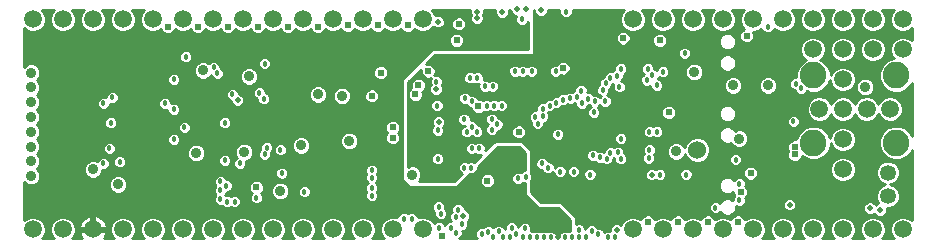
<source format=gbr>
G75*
G70*
%OFA0B0*%
%FSLAX24Y24*%
%IPPOS*%
%LPD*%
%AMOC8*
5,1,8,0,0,1.08239X$1,22.5*
%
%ADD10C,0.0591*%
%ADD11C,0.0354*%
%ADD12C,0.0886*%
%ADD13C,0.0531*%
%ADD14C,0.0600*%
%ADD15C,0.0180*%
%ADD16C,0.0198*%
%ADD17C,0.0237*%
%ADD18C,0.0100*%
D10*
X006658Y009702D03*
X007658Y009702D03*
X008658Y009702D03*
X009658Y009702D03*
X010658Y009702D03*
X011658Y009702D03*
X012658Y009702D03*
X013658Y009702D03*
X014658Y009702D03*
X015658Y009702D03*
X016658Y009702D03*
X017658Y009702D03*
X018658Y009702D03*
X019658Y009702D03*
X026658Y009702D03*
X027658Y009702D03*
X028658Y009702D03*
X029658Y009702D03*
X030658Y009702D03*
X031658Y009702D03*
X032658Y009702D03*
X033658Y009702D03*
X034658Y009702D03*
X035658Y009702D03*
X033658Y011702D03*
X033658Y012702D03*
X033658Y013702D03*
X033664Y013710D03*
X034451Y013710D03*
X035238Y013710D03*
X033658Y014702D03*
X032876Y013710D03*
X032658Y015702D03*
X033658Y015702D03*
X034658Y015702D03*
X035658Y015702D03*
X035658Y016702D03*
X034658Y016702D03*
X033658Y016702D03*
X032658Y016702D03*
X031658Y016702D03*
X030658Y016702D03*
X029658Y016702D03*
X028658Y016702D03*
X027658Y016702D03*
X026658Y016702D03*
X019658Y016702D03*
X018658Y016702D03*
X017658Y016702D03*
X016658Y016702D03*
X015658Y016702D03*
X014658Y016702D03*
X013658Y016702D03*
X012658Y016702D03*
X011658Y016702D03*
X010658Y016702D03*
X009658Y016702D03*
X008658Y016702D03*
X007658Y016702D03*
X006658Y016702D03*
D11*
X006608Y014924D03*
X006608Y014432D03*
X006608Y013940D03*
X006608Y013448D03*
X006608Y012956D03*
X006608Y012464D03*
X006608Y011972D03*
X006608Y011479D03*
X008658Y011702D03*
X009508Y011202D03*
X012108Y012252D03*
X013708Y012277D03*
X015158Y012652D03*
X015608Y012502D03*
X017208Y012652D03*
X019308Y011527D03*
X022583Y012227D03*
X027558Y012302D03*
X028108Y012302D03*
X030208Y012727D03*
X030008Y014502D03*
X031158Y014502D03*
X028708Y014952D03*
X034408Y014452D03*
X016958Y014152D03*
X016158Y014202D03*
X013858Y014802D03*
X012333Y015002D03*
X014908Y010977D03*
D12*
X032679Y012588D03*
X035435Y012588D03*
X035435Y014832D03*
X032679Y014832D03*
D13*
X035158Y011596D03*
X035158Y010808D03*
D14*
X028808Y012352D03*
D15*
X028433Y011527D03*
X027558Y011527D03*
X027183Y012077D03*
X027208Y012352D03*
X026258Y012052D03*
X026158Y012277D03*
X025908Y012252D03*
X025783Y012052D03*
X025558Y012102D03*
X025333Y012177D03*
X025233Y011527D03*
X025783Y011527D03*
X024683Y011627D03*
X024233Y011627D03*
X023833Y011752D03*
X023633Y011902D03*
X023083Y011452D03*
X022833Y011402D03*
X021278Y011762D03*
X021048Y011762D03*
X020158Y012052D03*
X021283Y012402D03*
X021533Y012402D03*
X021458Y012952D03*
X021283Y013127D03*
X021133Y012952D03*
X021033Y013377D03*
X021283Y013977D03*
X021058Y014077D03*
X021783Y013827D03*
X022033Y013827D03*
X022283Y013827D03*
X021958Y013377D03*
X022133Y013202D03*
X021958Y013027D03*
X023408Y013452D03*
X023483Y013227D03*
X023658Y013477D03*
X023658Y013727D03*
X023883Y013827D03*
X024108Y013927D03*
X024333Y014027D03*
X024558Y014077D03*
X024783Y014127D03*
X024933Y014327D03*
X025158Y014052D03*
X025383Y013977D03*
X025733Y013977D03*
X025358Y013602D03*
X024958Y013902D03*
X025658Y014352D03*
X025758Y014577D03*
X025908Y014752D03*
X026133Y014827D03*
X026258Y015052D03*
X027158Y015052D03*
X027308Y014852D03*
X027133Y014677D03*
X027458Y014502D03*
X027658Y014952D03*
X028383Y015577D03*
X026208Y014452D03*
X024083Y014977D03*
X023283Y014977D03*
X022983Y014977D03*
X022733Y014977D03*
X021983Y014477D03*
X021733Y014477D03*
X021468Y014752D03*
X021233Y014752D03*
X020108Y014627D03*
X020133Y013827D03*
X020158Y013002D03*
X017958Y011677D03*
X017958Y011427D03*
X017958Y011077D03*
X017958Y010827D03*
X019033Y010052D03*
X019283Y010052D03*
X020193Y009752D03*
X020583Y009752D03*
X020763Y009592D03*
X020958Y009877D03*
X020758Y010127D03*
X020833Y010352D03*
X020258Y010227D03*
X020183Y010452D03*
X021623Y009552D03*
X021848Y009622D03*
X021998Y009442D03*
X022188Y009642D03*
X022328Y009442D03*
X022558Y009442D03*
X022758Y009562D03*
X022618Y009752D03*
X023058Y009732D03*
X022998Y009442D03*
X023228Y009442D03*
X023458Y009442D03*
X023688Y009442D03*
X023918Y009442D03*
X024398Y009442D03*
X024628Y009442D03*
X024858Y009442D03*
X025088Y009442D03*
X025288Y009647D03*
X025498Y009542D03*
X025828Y009442D03*
X026058Y009442D03*
X024858Y009682D03*
X029408Y010427D03*
X030208Y010677D03*
X030208Y011227D03*
X030083Y012027D03*
X032008Y013302D03*
X032258Y014402D03*
X032083Y014552D03*
X031158Y016452D03*
X027458Y012952D03*
X027208Y012952D03*
X026258Y012727D03*
X024158Y012877D03*
X022958Y016702D03*
X024433Y016957D03*
X014908Y012352D03*
X014458Y012427D03*
X014383Y012202D03*
X013558Y011902D03*
X013058Y012002D03*
X012908Y011302D03*
X013108Y011152D03*
X012908Y011002D03*
X012908Y010702D03*
X013133Y010627D03*
X013383Y010627D03*
X014108Y010752D03*
X014958Y011577D03*
X015708Y010952D03*
X013058Y013252D03*
X011708Y013102D03*
X011358Y012702D03*
X011358Y013702D03*
X011058Y013902D03*
X011358Y014702D03*
X012683Y015102D03*
X012808Y014902D03*
X013308Y014202D03*
X014208Y014252D03*
X014358Y014052D03*
X014383Y015227D03*
X011758Y015452D03*
X009308Y014102D03*
X009008Y013902D03*
X009258Y013252D03*
X009208Y012402D03*
X009558Y011952D03*
X009008Y011902D03*
D16*
X013483Y014002D03*
X020108Y014377D03*
X020183Y013277D03*
X023433Y011262D03*
X024158Y011262D03*
X026118Y009682D03*
X024158Y009442D03*
X021008Y010152D03*
X027283Y011527D03*
X031883Y010527D03*
X034558Y010402D03*
X034908Y010352D03*
X025758Y016952D03*
X025258Y016952D03*
X023608Y017002D03*
X023108Y017052D03*
X022808Y017052D03*
X022308Y016952D03*
X022108Y016752D03*
X021458Y016752D03*
X021458Y016952D03*
X020158Y016627D03*
D17*
X020858Y016552D03*
X020783Y016002D03*
X019833Y014977D03*
X019508Y014502D03*
X019408Y014202D03*
X019708Y013627D03*
X018658Y013102D03*
X018658Y012752D03*
X019708Y011502D03*
X021808Y011322D03*
X022858Y012952D03*
X021508Y013802D03*
X024333Y015077D03*
X026333Y016077D03*
X026658Y016002D03*
X027558Y016002D03*
X030458Y016152D03*
X027858Y013602D03*
X027458Y013602D03*
X027858Y011552D03*
X030258Y010952D03*
X030583Y011577D03*
X032058Y012202D03*
X032058Y012452D03*
X030158Y009952D03*
X029158Y009952D03*
X028158Y009952D03*
X027158Y009952D03*
X020308Y009477D03*
X014108Y011102D03*
X017958Y014152D03*
X018258Y014927D03*
X017658Y014952D03*
X017158Y016502D03*
X018158Y016502D03*
X019158Y016502D03*
X016158Y016452D03*
X015158Y016452D03*
X014158Y016452D03*
X013158Y016452D03*
X012158Y016452D03*
X011158Y016452D03*
D18*
X007019Y009461D02*
X006959Y009402D01*
X007357Y009402D01*
X007298Y009461D01*
X007233Y009617D01*
X007233Y009786D01*
X007298Y009943D01*
X007417Y010062D01*
X007574Y010127D01*
X007743Y010127D01*
X007899Y010062D01*
X008019Y009943D01*
X008083Y009786D01*
X008083Y009617D01*
X008019Y009461D01*
X007959Y009402D01*
X008300Y009402D01*
X008264Y009438D01*
X008193Y009609D01*
X008193Y009653D01*
X008609Y009653D01*
X008609Y009750D01*
X008193Y009750D01*
X008193Y009794D01*
X008264Y009965D01*
X008395Y010096D01*
X008566Y010167D01*
X008610Y010167D01*
X008610Y009751D01*
X008707Y009751D01*
X008707Y010167D01*
X008751Y010167D01*
X008922Y010096D01*
X009053Y009965D01*
X009123Y009794D01*
X009123Y009750D01*
X008707Y009750D01*
X008707Y009653D01*
X009123Y009653D01*
X009123Y009609D01*
X009053Y009438D01*
X009016Y009402D01*
X009357Y009402D01*
X009298Y009461D01*
X009233Y009617D01*
X009233Y009786D01*
X009298Y009943D01*
X009417Y010062D01*
X009574Y010127D01*
X009743Y010127D01*
X009899Y010062D01*
X010019Y009943D01*
X010083Y009786D01*
X010083Y009617D01*
X010019Y009461D01*
X009959Y009402D01*
X010357Y009402D01*
X010298Y009461D01*
X010233Y009617D01*
X010233Y009786D01*
X010298Y009943D01*
X010417Y010062D01*
X010574Y010127D01*
X010743Y010127D01*
X010899Y010062D01*
X011019Y009943D01*
X011083Y009786D01*
X011083Y009617D01*
X011019Y009461D01*
X010959Y009402D01*
X011357Y009402D01*
X011298Y009461D01*
X011233Y009617D01*
X011233Y009786D01*
X011298Y009943D01*
X011417Y010062D01*
X011574Y010127D01*
X011743Y010127D01*
X011899Y010062D01*
X012019Y009943D01*
X012083Y009786D01*
X012083Y009617D01*
X012019Y009461D01*
X011959Y009402D01*
X012357Y009402D01*
X012298Y009461D01*
X012233Y009617D01*
X012233Y009786D01*
X012298Y009943D01*
X012417Y010062D01*
X012574Y010127D01*
X012743Y010127D01*
X012899Y010062D01*
X013019Y009943D01*
X013083Y009786D01*
X013083Y009617D01*
X013019Y009461D01*
X012959Y009402D01*
X013357Y009402D01*
X013298Y009461D01*
X013233Y009617D01*
X013233Y009786D01*
X013298Y009943D01*
X013417Y010062D01*
X013574Y010127D01*
X013743Y010127D01*
X013899Y010062D01*
X014019Y009943D01*
X014083Y009786D01*
X014083Y009617D01*
X014019Y009461D01*
X013959Y009402D01*
X014357Y009402D01*
X014298Y009461D01*
X014233Y009617D01*
X014233Y009786D01*
X014298Y009943D01*
X014417Y010062D01*
X014574Y010127D01*
X014743Y010127D01*
X014899Y010062D01*
X015019Y009943D01*
X015083Y009786D01*
X015083Y009617D01*
X015019Y009461D01*
X014959Y009402D01*
X015357Y009402D01*
X015298Y009461D01*
X015233Y009617D01*
X015233Y009786D01*
X015298Y009943D01*
X015417Y010062D01*
X015574Y010127D01*
X015743Y010127D01*
X015899Y010062D01*
X016019Y009943D01*
X016083Y009786D01*
X016083Y009617D01*
X016019Y009461D01*
X015959Y009402D01*
X016357Y009402D01*
X016298Y009461D01*
X016233Y009617D01*
X016233Y009786D01*
X016298Y009943D01*
X016417Y010062D01*
X016574Y010127D01*
X016743Y010127D01*
X016899Y010062D01*
X017019Y009943D01*
X017083Y009786D01*
X017083Y009617D01*
X017019Y009461D01*
X016959Y009402D01*
X017357Y009402D01*
X017298Y009461D01*
X017233Y009617D01*
X017233Y009786D01*
X017298Y009943D01*
X017417Y010062D01*
X017574Y010127D01*
X017743Y010127D01*
X017899Y010062D01*
X018019Y009943D01*
X018083Y009786D01*
X018083Y009617D01*
X018019Y009461D01*
X017959Y009402D01*
X018357Y009402D01*
X018298Y009461D01*
X018233Y009617D01*
X018233Y009786D01*
X018298Y009943D01*
X018417Y010062D01*
X018574Y010127D01*
X018743Y010127D01*
X018814Y010098D01*
X018847Y010176D01*
X018908Y010238D01*
X018989Y010272D01*
X019077Y010272D01*
X019158Y010238D01*
X019158Y010238D01*
X019158Y010238D01*
X019239Y010272D01*
X019327Y010272D01*
X019408Y010238D01*
X019470Y010176D01*
X019502Y010098D01*
X019574Y010127D01*
X019743Y010127D01*
X019899Y010062D01*
X020019Y009943D01*
X020034Y009904D01*
X020068Y009938D01*
X020149Y009972D01*
X020237Y009972D01*
X020318Y009938D01*
X020380Y009876D01*
X020388Y009856D01*
X020397Y009876D01*
X020458Y009938D01*
X020539Y009972D01*
X020602Y009972D01*
X020572Y010002D01*
X020538Y010083D01*
X020538Y010171D01*
X020572Y010251D01*
X020618Y010297D01*
X020613Y010308D01*
X020613Y010396D01*
X020647Y010476D01*
X020708Y010538D01*
X020789Y010572D01*
X020877Y010572D01*
X020958Y010538D01*
X021020Y010476D01*
X021053Y010396D01*
X021053Y010381D01*
X021054Y010381D01*
X021138Y010346D01*
X021202Y010282D01*
X021237Y010197D01*
X021237Y010106D01*
X021202Y010022D01*
X021155Y009975D01*
X021178Y009921D01*
X021178Y009833D01*
X021145Y009752D01*
X021083Y009690D01*
X021002Y009657D01*
X020974Y009657D01*
X020983Y009636D01*
X020983Y009548D01*
X020950Y009467D01*
X020888Y009405D01*
X020879Y009402D01*
X021462Y009402D01*
X021437Y009427D01*
X021403Y009508D01*
X021403Y009596D01*
X020983Y009596D01*
X020962Y009498D02*
X021407Y009498D01*
X021403Y009596D02*
X021437Y009676D01*
X021498Y009738D01*
X021579Y009772D01*
X021667Y009772D01*
X021681Y009766D01*
X021723Y009808D01*
X021804Y009842D01*
X021892Y009842D01*
X021973Y009808D01*
X022008Y009773D01*
X022063Y009828D01*
X022144Y009862D01*
X022232Y009862D01*
X022313Y009828D01*
X022375Y009766D01*
X022398Y009710D01*
X022398Y009796D01*
X022432Y009876D01*
X022493Y009938D01*
X022574Y009972D01*
X022662Y009972D01*
X022743Y009938D01*
X022805Y009876D01*
X022838Y009796D01*
X022838Y009767D01*
X022838Y009767D01*
X022838Y009776D01*
X022872Y009856D01*
X022933Y009918D01*
X023014Y009952D01*
X023102Y009952D01*
X023183Y009918D01*
X023245Y009856D01*
X023278Y009776D01*
X023278Y009688D01*
X023267Y009662D01*
X023272Y009662D01*
X023343Y009632D01*
X023414Y009662D01*
X023502Y009662D01*
X023573Y009632D01*
X023644Y009662D01*
X023732Y009662D01*
X023803Y009632D01*
X023874Y009662D01*
X023962Y009662D01*
X024043Y009628D01*
X024105Y009566D01*
X024138Y009486D01*
X024138Y009402D01*
X024178Y009402D01*
X024178Y009486D01*
X024212Y009566D01*
X024273Y009628D01*
X024354Y009662D01*
X024442Y009662D01*
X024513Y009632D01*
X024558Y009651D01*
X024558Y010002D01*
X024158Y010402D01*
X023508Y010402D01*
X023058Y010852D01*
X023058Y011232D01*
X023039Y011232D01*
X022993Y011251D01*
X022958Y011215D01*
X022877Y011182D01*
X022789Y011182D01*
X022708Y011215D01*
X022647Y011277D01*
X022613Y011358D01*
X022613Y011446D01*
X022647Y011526D01*
X022708Y011588D01*
X022789Y011622D01*
X022877Y011622D01*
X022923Y011603D01*
X022958Y011638D01*
X023039Y011672D01*
X023058Y011672D01*
X023058Y012252D01*
X022858Y012452D01*
X022158Y012452D01*
X021498Y011792D01*
X021498Y011718D01*
X021465Y011637D01*
X021403Y011575D01*
X021322Y011542D01*
X021248Y011542D01*
X020808Y011102D01*
X019208Y011102D01*
X018958Y011352D01*
X018958Y014702D01*
X019958Y015702D01*
X023158Y015702D01*
X023158Y016610D01*
X023145Y016577D01*
X023083Y016515D01*
X023002Y016482D01*
X022914Y016482D01*
X022833Y016515D01*
X022772Y016577D01*
X022738Y016658D01*
X022738Y016746D01*
X022770Y016823D01*
X022763Y016823D01*
X022678Y016858D01*
X022614Y016922D01*
X022581Y017002D01*
X022535Y017002D01*
X022537Y016997D01*
X022537Y016906D01*
X022502Y016822D01*
X022438Y016758D01*
X022354Y016723D01*
X022263Y016723D01*
X022178Y016758D01*
X022114Y016822D01*
X022079Y016906D01*
X022079Y016997D01*
X022081Y017002D01*
X021685Y017002D01*
X021687Y016997D01*
X021687Y016906D01*
X021665Y016852D01*
X021687Y016797D01*
X021687Y016706D01*
X021652Y016622D01*
X021588Y016558D01*
X021504Y016523D01*
X021413Y016523D01*
X021328Y016558D01*
X021264Y016622D01*
X021229Y016706D01*
X021229Y016797D01*
X021252Y016852D01*
X021229Y016906D01*
X021229Y016997D01*
X021231Y017002D01*
X019959Y017002D01*
X020019Y016943D01*
X020063Y016835D01*
X020113Y016856D01*
X020204Y016856D01*
X020288Y016821D01*
X020352Y016757D01*
X020387Y016672D01*
X020387Y016581D01*
X020352Y016497D01*
X020288Y016433D01*
X020204Y016398D01*
X020113Y016398D01*
X020028Y016433D01*
X020009Y016452D01*
X019899Y016341D01*
X019743Y016277D01*
X019574Y016277D01*
X019417Y016341D01*
X019377Y016381D01*
X019369Y016361D01*
X019299Y016291D01*
X019208Y016253D01*
X019109Y016253D01*
X019017Y016291D01*
X018947Y016361D01*
X018939Y016381D01*
X018899Y016341D01*
X018743Y016277D01*
X018574Y016277D01*
X018417Y016341D01*
X018377Y016381D01*
X018369Y016361D01*
X018299Y016291D01*
X018208Y016253D01*
X018109Y016253D01*
X018017Y016291D01*
X017947Y016361D01*
X017939Y016381D01*
X017899Y016341D01*
X017743Y016277D01*
X017574Y016277D01*
X017417Y016341D01*
X017377Y016381D01*
X017369Y016361D01*
X017299Y016291D01*
X017208Y016253D01*
X017109Y016253D01*
X017017Y016291D01*
X016947Y016361D01*
X016939Y016381D01*
X016899Y016341D01*
X016743Y016277D01*
X016574Y016277D01*
X016417Y016341D01*
X016392Y016367D01*
X016369Y016311D01*
X016299Y016241D01*
X016208Y016203D01*
X016109Y016203D01*
X016017Y016241D01*
X015947Y016311D01*
X015924Y016367D01*
X015899Y016341D01*
X015743Y016277D01*
X015574Y016277D01*
X015417Y016341D01*
X015392Y016367D01*
X015369Y016311D01*
X015299Y016241D01*
X015208Y016203D01*
X015109Y016203D01*
X015017Y016241D01*
X014947Y016311D01*
X014924Y016367D01*
X014899Y016341D01*
X014743Y016277D01*
X014574Y016277D01*
X014417Y016341D01*
X014392Y016367D01*
X014369Y016311D01*
X014299Y016241D01*
X014208Y016203D01*
X014109Y016203D01*
X014017Y016241D01*
X013947Y016311D01*
X013924Y016367D01*
X013899Y016341D01*
X013743Y016277D01*
X013574Y016277D01*
X013417Y016341D01*
X013392Y016367D01*
X013369Y016311D01*
X013299Y016241D01*
X013208Y016203D01*
X013109Y016203D01*
X013017Y016241D01*
X012947Y016311D01*
X012924Y016367D01*
X012899Y016341D01*
X012743Y016277D01*
X012574Y016277D01*
X012417Y016341D01*
X012392Y016367D01*
X012369Y016311D01*
X012299Y016241D01*
X012208Y016203D01*
X012109Y016203D01*
X012017Y016241D01*
X011947Y016311D01*
X011924Y016367D01*
X011899Y016341D01*
X011743Y016277D01*
X011574Y016277D01*
X011417Y016341D01*
X011392Y016367D01*
X011369Y016311D01*
X011299Y016241D01*
X011208Y016203D01*
X011109Y016203D01*
X011017Y016241D01*
X010947Y016311D01*
X010924Y016367D01*
X010899Y016341D01*
X010743Y016277D01*
X010574Y016277D01*
X010417Y016341D01*
X010298Y016461D01*
X010233Y016617D01*
X010233Y016786D01*
X010298Y016943D01*
X010357Y017002D01*
X009959Y017002D01*
X010019Y016943D01*
X010083Y016786D01*
X010083Y016617D01*
X010019Y016461D01*
X009899Y016341D01*
X009743Y016277D01*
X009574Y016277D01*
X009417Y016341D01*
X009298Y016461D01*
X009233Y016617D01*
X009233Y016786D01*
X009298Y016943D01*
X009357Y017002D01*
X008959Y017002D01*
X009019Y016943D01*
X009083Y016786D01*
X009083Y016617D01*
X009019Y016461D01*
X008899Y016341D01*
X008743Y016277D01*
X008574Y016277D01*
X008417Y016341D01*
X008298Y016461D01*
X008233Y016617D01*
X008233Y016786D01*
X008298Y016943D01*
X008357Y017002D01*
X007959Y017002D01*
X008019Y016943D01*
X008083Y016786D01*
X008083Y016617D01*
X008019Y016461D01*
X007899Y016341D01*
X007743Y016277D01*
X007574Y016277D01*
X007417Y016341D01*
X007298Y016461D01*
X007233Y016617D01*
X007233Y016786D01*
X007298Y016943D01*
X007357Y017002D01*
X006959Y017002D01*
X007019Y016943D01*
X007083Y016786D01*
X007083Y016617D01*
X007019Y016461D01*
X006899Y016341D01*
X006743Y016277D01*
X006574Y016277D01*
X006417Y016341D01*
X006358Y016401D01*
X006358Y015109D01*
X006434Y015185D01*
X006547Y015231D01*
X006669Y015231D01*
X006782Y015185D01*
X006868Y015098D01*
X006915Y014985D01*
X006915Y014863D01*
X006868Y014750D01*
X006796Y014678D01*
X006868Y014606D01*
X006915Y014493D01*
X006915Y014371D01*
X006868Y014258D01*
X006796Y014186D01*
X006868Y014114D01*
X006915Y014001D01*
X006915Y013879D01*
X006868Y013766D01*
X006796Y013694D01*
X006868Y013622D01*
X006915Y013509D01*
X006915Y013387D01*
X006868Y013274D01*
X006796Y013202D01*
X006868Y013130D01*
X006915Y013017D01*
X006915Y012895D01*
X006868Y012782D01*
X006796Y012710D01*
X006868Y012638D01*
X006915Y012525D01*
X006915Y012403D01*
X006868Y012290D01*
X006796Y012218D01*
X006868Y012146D01*
X006915Y012033D01*
X006915Y011910D01*
X006868Y011798D01*
X006796Y011726D01*
X006868Y011653D01*
X006915Y011541D01*
X006915Y011418D01*
X006868Y011305D01*
X006782Y011219D01*
X006669Y011172D01*
X006547Y011172D01*
X006434Y011219D01*
X006358Y011295D01*
X006358Y010003D01*
X006417Y010062D01*
X006574Y010127D01*
X006743Y010127D01*
X006899Y010062D01*
X007019Y009943D01*
X007083Y009786D01*
X007083Y009617D01*
X007019Y009461D01*
X007034Y009498D02*
X007282Y009498D01*
X007242Y009596D02*
X007075Y009596D01*
X007083Y009695D02*
X007233Y009695D01*
X007236Y009793D02*
X007081Y009793D01*
X007040Y009892D02*
X007276Y009892D01*
X007345Y009990D02*
X006971Y009990D01*
X006835Y010089D02*
X007481Y010089D01*
X007835Y010089D02*
X008387Y010089D01*
X008288Y009990D02*
X007971Y009990D01*
X008040Y009892D02*
X008233Y009892D01*
X008193Y009793D02*
X008081Y009793D01*
X008083Y009695D02*
X008609Y009695D01*
X008707Y009695D02*
X009233Y009695D01*
X009236Y009793D02*
X009123Y009793D01*
X009083Y009892D02*
X009276Y009892D01*
X009345Y009990D02*
X009028Y009990D01*
X008929Y010089D02*
X009481Y010089D01*
X009835Y010089D02*
X010481Y010089D01*
X010345Y009990D02*
X009971Y009990D01*
X010040Y009892D02*
X010276Y009892D01*
X010236Y009793D02*
X010081Y009793D01*
X010083Y009695D02*
X010233Y009695D01*
X010242Y009596D02*
X010075Y009596D01*
X010034Y009498D02*
X010282Y009498D01*
X011034Y009498D02*
X011282Y009498D01*
X011242Y009596D02*
X011075Y009596D01*
X011083Y009695D02*
X011233Y009695D01*
X011236Y009793D02*
X011081Y009793D01*
X011040Y009892D02*
X011276Y009892D01*
X011345Y009990D02*
X010971Y009990D01*
X010835Y010089D02*
X011481Y010089D01*
X011835Y010089D02*
X012481Y010089D01*
X012345Y009990D02*
X011971Y009990D01*
X012040Y009892D02*
X012276Y009892D01*
X012236Y009793D02*
X012081Y009793D01*
X012083Y009695D02*
X012233Y009695D01*
X012242Y009596D02*
X012075Y009596D01*
X012034Y009498D02*
X012282Y009498D01*
X013034Y009498D02*
X013282Y009498D01*
X013242Y009596D02*
X013075Y009596D01*
X013083Y009695D02*
X013233Y009695D01*
X013236Y009793D02*
X013081Y009793D01*
X013040Y009892D02*
X013276Y009892D01*
X013345Y009990D02*
X012971Y009990D01*
X012835Y010089D02*
X013481Y010089D01*
X013427Y010407D02*
X013508Y010440D01*
X013570Y010502D01*
X013603Y010583D01*
X013603Y010671D01*
X013570Y010751D01*
X013508Y010813D01*
X013427Y010847D01*
X013339Y010847D01*
X013258Y010813D01*
X013258Y010813D01*
X013258Y010813D01*
X013177Y010847D01*
X013089Y010847D01*
X013079Y010842D01*
X013069Y010852D01*
X013095Y010877D01*
X013117Y010932D01*
X013152Y010932D01*
X013233Y010965D01*
X013295Y011027D01*
X013328Y011108D01*
X013328Y011196D01*
X013295Y011276D01*
X013233Y011338D01*
X013152Y011372D01*
X013117Y011372D01*
X013095Y011426D01*
X013033Y011488D01*
X012952Y011522D01*
X012864Y011522D01*
X012783Y011488D01*
X012722Y011426D01*
X012688Y011346D01*
X012688Y011258D01*
X012722Y011177D01*
X012747Y011152D01*
X012722Y011126D01*
X012688Y011046D01*
X012688Y010958D01*
X012722Y010877D01*
X006358Y010877D01*
X006358Y010779D02*
X012702Y010779D01*
X012688Y010746D02*
X012722Y010826D01*
X012747Y010852D01*
X012722Y010877D01*
X012688Y010976D02*
X009716Y010976D01*
X009682Y010941D02*
X009768Y011028D01*
X009815Y011141D01*
X009815Y011263D01*
X009768Y011376D01*
X009682Y011462D01*
X009569Y011509D01*
X009447Y011509D01*
X009334Y011462D01*
X009248Y011376D01*
X009201Y011263D01*
X009201Y011141D01*
X009248Y011028D01*
X009334Y010941D01*
X009447Y010895D01*
X009569Y010895D01*
X009682Y010941D01*
X009788Y011074D02*
X012700Y011074D01*
X012726Y011173D02*
X009815Y011173D01*
X009812Y011271D02*
X012688Y011271D01*
X012698Y011370D02*
X009771Y011370D01*
X009667Y011468D02*
X012764Y011468D01*
X013053Y011468D02*
X014765Y011468D01*
X014772Y011452D02*
X014833Y011390D01*
X014914Y011357D01*
X015002Y011357D01*
X015083Y011390D01*
X015145Y011452D01*
X015178Y011533D01*
X015178Y011621D01*
X015145Y011701D01*
X015083Y011763D01*
X015002Y011797D01*
X014914Y011797D01*
X014833Y011763D01*
X014772Y011701D01*
X014738Y011621D01*
X014738Y011533D01*
X014772Y011452D01*
X014738Y011567D02*
X008935Y011567D01*
X008918Y011528D02*
X008965Y011641D01*
X008965Y011682D01*
X009052Y011682D01*
X009133Y011715D01*
X009195Y011777D01*
X009228Y011858D01*
X009228Y011946D01*
X009195Y012026D01*
X009133Y012088D01*
X009052Y012122D01*
X008964Y012122D01*
X008883Y012088D01*
X008822Y012026D01*
X008800Y011975D01*
X008719Y012009D01*
X008597Y012009D01*
X008484Y011962D01*
X008398Y011876D01*
X008351Y011763D01*
X008351Y011641D01*
X008398Y011528D01*
X008484Y011441D01*
X008597Y011395D01*
X008719Y011395D01*
X008832Y011441D01*
X008918Y011528D01*
X008859Y011468D02*
X009349Y011468D01*
X009245Y011370D02*
X006895Y011370D01*
X006915Y011468D02*
X008457Y011468D01*
X008381Y011567D02*
X006904Y011567D01*
X006856Y011665D02*
X008351Y011665D01*
X008351Y011764D02*
X006835Y011764D01*
X006895Y011863D02*
X008392Y011863D01*
X008483Y011961D02*
X006915Y011961D01*
X006904Y012060D02*
X008855Y012060D01*
X009042Y012257D02*
X006835Y012257D01*
X006856Y012158D02*
X009481Y012158D01*
X009514Y012172D02*
X009433Y012138D01*
X009372Y012076D01*
X009338Y011996D01*
X009338Y011908D01*
X009372Y011827D01*
X009433Y011765D01*
X009514Y011732D01*
X009602Y011732D01*
X009683Y011765D01*
X009745Y011827D01*
X009778Y011908D01*
X009778Y011996D01*
X009745Y012076D01*
X009683Y012138D01*
X009602Y012172D01*
X009514Y012172D01*
X009635Y012158D02*
X011814Y012158D01*
X011801Y012191D02*
X011848Y012078D01*
X011934Y011991D01*
X012047Y011945D01*
X012169Y011945D01*
X012282Y011991D01*
X012368Y012078D01*
X012415Y012191D01*
X012415Y012313D01*
X012368Y012426D01*
X012282Y012512D01*
X012169Y012559D01*
X012047Y012559D01*
X011934Y012512D01*
X011848Y012426D01*
X011801Y012313D01*
X011801Y012191D01*
X011801Y012257D02*
X009374Y012257D01*
X009395Y012277D02*
X009428Y012358D01*
X009428Y012446D01*
X009395Y012526D01*
X009333Y012588D01*
X009252Y012622D01*
X009164Y012622D01*
X009083Y012588D01*
X009022Y012526D01*
X008988Y012446D01*
X008988Y012358D01*
X009022Y012277D01*
X009083Y012215D01*
X009164Y012182D01*
X009252Y012182D01*
X009333Y012215D01*
X009395Y012277D01*
X009427Y012355D02*
X011819Y012355D01*
X011876Y012454D02*
X009425Y012454D01*
X009369Y012552D02*
X011196Y012552D01*
X011172Y012577D02*
X011233Y012515D01*
X011314Y012482D01*
X011402Y012482D01*
X011483Y012515D01*
X011545Y012577D01*
X011578Y012658D01*
X011578Y012746D01*
X011545Y012826D01*
X011483Y012888D01*
X011402Y012922D01*
X011314Y012922D01*
X011233Y012888D01*
X011172Y012826D01*
X011138Y012746D01*
X011138Y012658D01*
X011172Y012577D01*
X011141Y012651D02*
X006855Y012651D01*
X006836Y012749D02*
X011140Y012749D01*
X011193Y012848D02*
X006896Y012848D01*
X006915Y012947D02*
X011552Y012947D01*
X011522Y012977D02*
X011583Y012915D01*
X011664Y012882D01*
X011752Y012882D01*
X011833Y012915D01*
X011895Y012977D01*
X011928Y013058D01*
X011928Y013146D01*
X011895Y013226D01*
X011833Y013288D01*
X011752Y013322D01*
X011664Y013322D01*
X011583Y013288D01*
X011522Y013226D01*
X011488Y013146D01*
X011488Y013058D01*
X011522Y012977D01*
X011494Y013045D02*
X009334Y013045D01*
X009302Y013032D02*
X009383Y013065D01*
X009445Y013127D01*
X009478Y013208D01*
X009478Y013296D01*
X009445Y013376D01*
X009383Y013438D01*
X009302Y013472D01*
X009214Y013472D01*
X009133Y013438D01*
X009072Y013376D01*
X009038Y013296D01*
X009038Y013208D01*
X009072Y013127D01*
X009133Y013065D01*
X009214Y013032D01*
X009302Y013032D01*
X009182Y013045D02*
X006904Y013045D01*
X006855Y013144D02*
X009065Y013144D01*
X009038Y013242D02*
X006837Y013242D01*
X006896Y013341D02*
X009057Y013341D01*
X009136Y013439D02*
X006915Y013439D01*
X006903Y013538D02*
X011211Y013538D01*
X011233Y013515D02*
X011314Y013482D01*
X011402Y013482D01*
X011483Y013515D01*
X011545Y013577D01*
X011578Y013658D01*
X011578Y013746D01*
X011545Y013826D01*
X011483Y013888D01*
X011402Y013922D01*
X011314Y013922D01*
X011278Y013907D01*
X011278Y013946D01*
X011245Y014026D01*
X011183Y014088D01*
X011102Y014122D01*
X011014Y014122D01*
X010933Y014088D01*
X010872Y014026D01*
X010838Y013946D01*
X010838Y013858D01*
X010872Y013777D01*
X010933Y013715D01*
X011014Y013682D01*
X011102Y013682D01*
X011138Y013697D01*
X011138Y013658D01*
X011172Y013577D01*
X011233Y013515D01*
X011147Y013636D02*
X006854Y013636D01*
X006837Y013735D02*
X008864Y013735D01*
X008883Y013715D02*
X008964Y013682D01*
X009052Y013682D01*
X009133Y013715D01*
X009195Y013777D01*
X009228Y013858D01*
X009228Y013897D01*
X009264Y013882D01*
X009352Y013882D01*
X009433Y013915D01*
X009495Y013977D01*
X009528Y014058D01*
X009528Y014146D01*
X009495Y014226D01*
X009433Y014288D01*
X009352Y014322D01*
X009264Y014322D01*
X009183Y014288D01*
X009122Y014226D01*
X009088Y014146D01*
X009088Y014107D01*
X009052Y014122D01*
X008964Y014122D01*
X008883Y014088D01*
X008822Y014026D01*
X008788Y013946D01*
X008788Y013858D01*
X008822Y013777D01*
X008883Y013715D01*
X008798Y013833D02*
X006896Y013833D01*
X006915Y013932D02*
X008788Y013932D01*
X008826Y014031D02*
X006903Y014031D01*
X006853Y014129D02*
X009088Y014129D01*
X009123Y014228D02*
X006838Y014228D01*
X006897Y014326D02*
X013121Y014326D01*
X013122Y014326D02*
X013088Y014246D01*
X013088Y014158D01*
X013122Y014077D01*
X013183Y014015D01*
X013254Y013986D01*
X013254Y013956D01*
X013289Y013872D01*
X013353Y013808D01*
X013438Y013773D01*
X013529Y013773D01*
X013613Y013808D01*
X013677Y013872D01*
X013712Y013956D01*
X013712Y014047D01*
X013677Y014132D01*
X013613Y014196D01*
X013529Y014231D01*
X013528Y014231D01*
X013528Y014246D01*
X013495Y014326D01*
X014001Y014326D01*
X013988Y014296D02*
X014022Y014376D01*
X014083Y014438D01*
X014164Y014472D01*
X014252Y014472D01*
X014333Y014438D01*
X014395Y014376D01*
X014428Y014296D01*
X014428Y014261D01*
X014483Y014238D01*
X014545Y014176D01*
X014578Y014096D01*
X014578Y014008D01*
X014545Y013927D01*
X014483Y013865D01*
X014402Y013832D01*
X014314Y013832D01*
X014233Y013865D01*
X014172Y013927D01*
X014138Y014008D01*
X014138Y014043D01*
X014083Y014065D01*
X014022Y014127D01*
X013988Y014208D01*
X013988Y014296D01*
X013988Y014228D02*
X013537Y014228D01*
X013495Y014326D02*
X013433Y014388D01*
X013352Y014422D01*
X013264Y014422D01*
X013183Y014388D01*
X013122Y014326D01*
X013088Y014228D02*
X009493Y014228D01*
X009528Y014129D02*
X013100Y014129D01*
X013168Y014031D02*
X011241Y014031D01*
X011278Y013932D02*
X013264Y013932D01*
X013328Y013833D02*
X011538Y013833D01*
X011578Y013735D02*
X018958Y013735D01*
X018958Y013833D02*
X014406Y013833D01*
X014311Y013833D02*
X013639Y013833D01*
X013702Y013932D02*
X014170Y013932D01*
X014138Y014031D02*
X013712Y014031D01*
X013678Y014129D02*
X014021Y014129D01*
X014070Y014425D02*
X006915Y014425D01*
X006903Y014523D02*
X011226Y014523D01*
X011233Y014515D02*
X011314Y014482D01*
X011402Y014482D01*
X011483Y014515D01*
X011545Y014577D01*
X011578Y014658D01*
X011578Y014746D01*
X011545Y014826D01*
X011483Y014888D01*
X011402Y014922D01*
X011314Y014922D01*
X011233Y014888D01*
X011172Y014826D01*
X011138Y014746D01*
X011138Y014658D01*
X011172Y014577D01*
X011233Y014515D01*
X011153Y014622D02*
X006853Y014622D01*
X006838Y014720D02*
X011138Y014720D01*
X011168Y014819D02*
X006897Y014819D01*
X006915Y014917D02*
X011304Y014917D01*
X011413Y014917D02*
X012036Y014917D01*
X012026Y014941D02*
X012073Y014828D01*
X012159Y014741D01*
X012272Y014695D01*
X012394Y014695D01*
X012507Y014741D01*
X012593Y014828D01*
X012597Y014837D01*
X012622Y014777D01*
X012683Y014715D01*
X012764Y014682D01*
X012852Y014682D01*
X012933Y014715D01*
X012995Y014777D01*
X013028Y014858D01*
X013028Y014946D01*
X012995Y015026D01*
X012933Y015088D01*
X012903Y015101D01*
X012903Y015146D01*
X012870Y015226D01*
X012808Y015288D01*
X012727Y015322D01*
X012639Y015322D01*
X012558Y015288D01*
X012520Y015250D01*
X012507Y015262D01*
X012394Y015309D01*
X012272Y015309D01*
X012159Y015262D01*
X012073Y015176D01*
X012026Y015063D01*
X012026Y014941D01*
X012026Y015016D02*
X006903Y015016D01*
X006852Y015114D02*
X012047Y015114D01*
X012110Y015213D02*
X006714Y015213D01*
X006503Y015213D02*
X006358Y015213D01*
X006358Y015114D02*
X006364Y015114D01*
X006358Y015312D02*
X011587Y015312D01*
X011572Y015327D02*
X011633Y015265D01*
X011714Y015232D01*
X011802Y015232D01*
X011883Y015265D01*
X011945Y015327D01*
X011978Y015408D01*
X011978Y015496D01*
X011945Y015576D01*
X011883Y015638D01*
X011802Y015672D01*
X011714Y015672D01*
X011633Y015638D01*
X011572Y015576D01*
X011538Y015496D01*
X011538Y015408D01*
X011572Y015327D01*
X011538Y015410D02*
X006358Y015410D01*
X006358Y015509D02*
X011544Y015509D01*
X011602Y015607D02*
X006358Y015607D01*
X006358Y015706D02*
X023158Y015706D01*
X023158Y015804D02*
X020937Y015804D01*
X020924Y015791D02*
X020994Y015861D01*
X021032Y015952D01*
X021032Y016051D01*
X020994Y016143D01*
X020924Y016213D01*
X020833Y016251D01*
X020734Y016251D01*
X020642Y016213D01*
X020572Y016143D01*
X020534Y016051D01*
X020534Y015952D01*
X020572Y015861D01*
X020642Y015791D01*
X020734Y015753D01*
X020833Y015753D01*
X020924Y015791D01*
X021011Y015903D02*
X023158Y015903D01*
X023158Y016001D02*
X021032Y016001D01*
X021012Y016100D02*
X023158Y016100D01*
X023158Y016198D02*
X020938Y016198D01*
X020908Y016303D02*
X020999Y016341D01*
X021069Y016411D01*
X021107Y016502D01*
X021107Y016601D01*
X021069Y016693D01*
X020999Y016763D01*
X020908Y016801D01*
X020809Y016801D01*
X020717Y016763D01*
X020647Y016693D01*
X020609Y016601D01*
X020609Y016502D01*
X020647Y016411D01*
X020717Y016341D01*
X020809Y016303D01*
X020908Y016303D01*
X021054Y016396D02*
X023158Y016396D01*
X023158Y016494D02*
X023031Y016494D01*
X022885Y016494D02*
X021103Y016494D01*
X021107Y016593D02*
X021293Y016593D01*
X021235Y016691D02*
X021070Y016691D01*
X020934Y016790D02*
X021229Y016790D01*
X021236Y016888D02*
X020041Y016888D01*
X019975Y016987D02*
X021229Y016987D01*
X021687Y016987D02*
X022079Y016987D01*
X022086Y016888D02*
X021680Y016888D01*
X021687Y016790D02*
X022146Y016790D01*
X022470Y016790D02*
X022756Y016790D01*
X022738Y016691D02*
X021681Y016691D01*
X021623Y016593D02*
X022765Y016593D01*
X022648Y016888D02*
X022530Y016888D01*
X022537Y016987D02*
X022587Y016987D01*
X023151Y016593D02*
X023158Y016593D01*
X023358Y016593D02*
X026243Y016593D01*
X026233Y016617D02*
X026298Y016461D01*
X026417Y016341D01*
X026574Y016277D01*
X026743Y016277D01*
X026899Y016341D01*
X027019Y016461D01*
X027083Y016617D01*
X027083Y016786D01*
X027019Y016943D01*
X026959Y017002D01*
X027357Y017002D01*
X027298Y016943D01*
X027233Y016786D01*
X027233Y016617D01*
X027298Y016461D01*
X027417Y016341D01*
X027574Y016277D01*
X027743Y016277D01*
X027899Y016341D01*
X028019Y016461D01*
X028083Y016617D01*
X028083Y016786D01*
X028019Y016943D01*
X027959Y017002D01*
X028357Y017002D01*
X028298Y016943D01*
X028233Y016786D01*
X028233Y016617D01*
X028298Y016461D01*
X028417Y016341D01*
X028574Y016277D01*
X028743Y016277D01*
X028899Y016341D01*
X029019Y016461D01*
X029083Y016617D01*
X029083Y016786D01*
X029019Y016943D01*
X028959Y017002D01*
X029357Y017002D01*
X029298Y016943D01*
X029233Y016786D01*
X029233Y016617D01*
X029298Y016461D01*
X029417Y016341D01*
X029574Y016277D01*
X029743Y016277D01*
X029899Y016341D01*
X030019Y016461D01*
X030083Y016617D01*
X030083Y016786D01*
X030019Y016943D01*
X029959Y017002D01*
X030357Y017002D01*
X030298Y016943D01*
X030233Y016786D01*
X030233Y016617D01*
X030298Y016461D01*
X030373Y016386D01*
X030317Y016363D01*
X030247Y016293D01*
X030209Y016201D01*
X030209Y016102D01*
X030247Y016011D01*
X030317Y015941D01*
X030409Y015903D01*
X030508Y015903D01*
X030599Y015941D01*
X030669Y016011D01*
X030707Y016102D01*
X030707Y016201D01*
X030676Y016277D01*
X030743Y016277D01*
X030899Y016341D01*
X030946Y016389D01*
X030972Y016327D01*
X031033Y016265D01*
X031114Y016232D01*
X031202Y016232D01*
X031283Y016265D01*
X031345Y016327D01*
X031370Y016389D01*
X031417Y016341D01*
X031574Y016277D01*
X031743Y016277D01*
X031899Y016341D01*
X032019Y016461D01*
X032083Y016617D01*
X032083Y016786D01*
X032019Y016943D01*
X031959Y017002D01*
X032357Y017002D01*
X032298Y016943D01*
X032233Y016786D01*
X032233Y016617D01*
X032298Y016461D01*
X032417Y016341D01*
X032574Y016277D01*
X032743Y016277D01*
X032899Y016341D01*
X033019Y016461D01*
X033083Y016617D01*
X033083Y016786D01*
X033019Y016943D01*
X032959Y017002D01*
X033357Y017002D01*
X033298Y016943D01*
X033233Y016786D01*
X033233Y016617D01*
X033298Y016461D01*
X033417Y016341D01*
X033574Y016277D01*
X033743Y016277D01*
X033899Y016341D01*
X034019Y016461D01*
X034083Y016617D01*
X034083Y016786D01*
X034019Y016943D01*
X033959Y017002D01*
X034357Y017002D01*
X034298Y016943D01*
X034233Y016786D01*
X034233Y016617D01*
X034298Y016461D01*
X034417Y016341D01*
X034574Y016277D01*
X034743Y016277D01*
X034899Y016341D01*
X035019Y016461D01*
X035083Y016617D01*
X035083Y016786D01*
X035019Y016943D01*
X034959Y017002D01*
X035357Y017002D01*
X035298Y016943D01*
X035233Y016786D01*
X035233Y016617D01*
X035298Y016461D01*
X035417Y016341D01*
X035574Y016277D01*
X035743Y016277D01*
X035899Y016341D01*
X035958Y016401D01*
X035958Y016003D01*
X035899Y016062D01*
X035743Y016127D01*
X035574Y016127D01*
X035417Y016062D01*
X035298Y015943D01*
X035233Y015786D01*
X035233Y015617D01*
X035298Y015461D01*
X035354Y015405D01*
X035321Y015405D01*
X035111Y015318D01*
X034950Y015157D01*
X034862Y014946D01*
X034862Y014718D01*
X034950Y014508D01*
X035111Y014346D01*
X035321Y014259D01*
X035549Y014259D01*
X035760Y014346D01*
X035921Y014508D01*
X035958Y014597D01*
X035958Y012823D01*
X035921Y012913D01*
X035760Y013074D01*
X035549Y013161D01*
X035321Y013161D01*
X035111Y013074D01*
X034950Y012913D01*
X034862Y012702D01*
X034862Y012474D01*
X034950Y012264D01*
X035111Y012102D01*
X035321Y012015D01*
X035549Y012015D01*
X035760Y012102D01*
X035921Y012264D01*
X035958Y012353D01*
X035958Y010003D01*
X035899Y010062D01*
X035743Y010127D01*
X035574Y010127D01*
X035417Y010062D01*
X035298Y009943D01*
X035233Y009786D01*
X035233Y009617D01*
X035298Y009461D01*
X035357Y009402D01*
X034959Y009402D01*
X035019Y009461D01*
X035083Y009617D01*
X035083Y009786D01*
X035019Y009943D01*
X034899Y010062D01*
X034743Y010127D01*
X034574Y010127D01*
X034417Y010062D01*
X034298Y009943D01*
X034233Y009786D01*
X034233Y009617D01*
X034298Y009461D01*
X034357Y009402D01*
X033959Y009402D01*
X034019Y009461D01*
X034083Y009617D01*
X034083Y009786D01*
X034019Y009943D01*
X033899Y010062D01*
X033743Y010127D01*
X033574Y010127D01*
X033417Y010062D01*
X033298Y009943D01*
X033233Y009786D01*
X033233Y009617D01*
X033298Y009461D01*
X033357Y009402D01*
X032959Y009402D01*
X033019Y009461D01*
X033083Y009617D01*
X033083Y009786D01*
X033019Y009943D01*
X032899Y010062D01*
X032743Y010127D01*
X032574Y010127D01*
X032417Y010062D01*
X032298Y009943D01*
X032233Y009786D01*
X032233Y009617D01*
X032298Y009461D01*
X032357Y009402D01*
X031959Y009402D01*
X032019Y009461D01*
X032083Y009617D01*
X032083Y009786D01*
X032019Y009943D01*
X031899Y010062D01*
X031743Y010127D01*
X031574Y010127D01*
X031417Y010062D01*
X031298Y009943D01*
X031233Y009786D01*
X031233Y009617D01*
X031298Y009461D01*
X031357Y009402D01*
X030959Y009402D01*
X031019Y009461D01*
X031083Y009617D01*
X031083Y009786D01*
X031019Y009943D01*
X030899Y010062D01*
X030743Y010127D01*
X030574Y010127D01*
X030417Y010062D01*
X030392Y010037D01*
X030369Y010093D01*
X030299Y010163D01*
X030208Y010201D01*
X030109Y010201D01*
X030017Y010163D01*
X029947Y010093D01*
X029924Y010037D01*
X029899Y010062D01*
X029743Y010127D01*
X029574Y010127D01*
X029417Y010062D01*
X029392Y010037D01*
X029369Y010093D01*
X029299Y010163D01*
X029208Y010201D01*
X029109Y010201D01*
X029017Y010163D01*
X028947Y010093D01*
X028924Y010037D01*
X028899Y010062D01*
X028743Y010127D01*
X028574Y010127D01*
X028417Y010062D01*
X028392Y010037D01*
X028369Y010093D01*
X028299Y010163D01*
X028208Y010201D01*
X028109Y010201D01*
X028017Y010163D01*
X027947Y010093D01*
X027924Y010037D01*
X027899Y010062D01*
X027743Y010127D01*
X027574Y010127D01*
X027417Y010062D01*
X027392Y010037D01*
X027369Y010093D01*
X027299Y010163D01*
X027208Y010201D01*
X027109Y010201D01*
X027017Y010163D01*
X026947Y010093D01*
X026924Y010037D01*
X026899Y010062D01*
X026743Y010127D01*
X026574Y010127D01*
X026417Y010062D01*
X026298Y009943D01*
X026263Y009860D01*
X026248Y009876D01*
X026164Y009911D01*
X026073Y009911D01*
X025988Y009876D01*
X025924Y009812D01*
X025889Y009727D01*
X025889Y009655D01*
X025872Y009662D01*
X025784Y009662D01*
X025703Y009628D01*
X025701Y009626D01*
X025685Y009666D01*
X025623Y009728D01*
X025542Y009762D01*
X025479Y009762D01*
X025475Y009771D01*
X025413Y009833D01*
X025332Y009867D01*
X025244Y009867D01*
X025163Y009833D01*
X025102Y009771D01*
X025078Y009715D01*
X025078Y009726D01*
X025045Y009806D01*
X024983Y009868D01*
X024902Y009902D01*
X024814Y009902D01*
X024758Y009879D01*
X024758Y010102D01*
X024258Y010602D01*
X023608Y010602D01*
X023258Y010952D01*
X023258Y011316D01*
X023270Y011327D01*
X023303Y011408D01*
X023303Y011496D01*
X023270Y011576D01*
X023258Y011588D01*
X023258Y012352D01*
X022958Y012652D01*
X022058Y012652D01*
X021745Y012339D01*
X021753Y012358D01*
X021753Y012446D01*
X021720Y012526D01*
X021658Y012588D01*
X021577Y012622D01*
X021489Y012622D01*
X021408Y012588D01*
X021408Y012588D01*
X021408Y012588D01*
X021327Y012622D01*
X021239Y012622D01*
X021158Y012588D01*
X021097Y012526D01*
X021063Y012446D01*
X021063Y012358D01*
X021097Y012277D01*
X021158Y012215D01*
X021239Y012182D01*
X021327Y012182D01*
X021408Y012215D01*
X021408Y012216D01*
X021408Y012215D01*
X021489Y012182D01*
X021577Y012182D01*
X021596Y012190D01*
X021369Y011962D01*
X021322Y011982D01*
X021234Y011982D01*
X021163Y011952D01*
X021092Y011982D01*
X021004Y011982D01*
X020923Y011948D01*
X020862Y011886D01*
X020828Y011806D01*
X020828Y011718D01*
X020862Y011637D01*
X020923Y011575D01*
X020965Y011558D01*
X020708Y011302D01*
X019517Y011302D01*
X019568Y011353D01*
X019615Y011466D01*
X019615Y011588D01*
X019568Y011701D01*
X019482Y011787D01*
X019369Y011834D01*
X019247Y011834D01*
X019158Y011797D01*
X019158Y014602D01*
X019586Y015029D01*
X019584Y015026D01*
X019584Y014927D01*
X019622Y014836D01*
X019692Y014766D01*
X019784Y014728D01*
X019883Y014728D01*
X019918Y014743D01*
X019888Y014671D01*
X019888Y014583D01*
X019918Y014511D01*
X019914Y014507D01*
X019879Y014422D01*
X019879Y014331D01*
X019914Y014247D01*
X019978Y014183D01*
X020063Y014148D01*
X020154Y014148D01*
X020238Y014183D01*
X020302Y014247D01*
X020337Y014331D01*
X020337Y014422D01*
X020302Y014507D01*
X020298Y014511D01*
X020328Y014583D01*
X020328Y014671D01*
X020295Y014751D01*
X020233Y014813D01*
X020152Y014847D01*
X020064Y014847D01*
X020045Y014839D01*
X020082Y014927D01*
X020082Y015026D01*
X020044Y015118D01*
X019974Y015188D01*
X019883Y015226D01*
X019784Y015226D01*
X019781Y015224D01*
X020058Y015502D01*
X023358Y015502D01*
X023358Y017002D01*
X023379Y017002D01*
X023379Y016956D01*
X023414Y016872D01*
X023478Y016808D01*
X023563Y016773D01*
X023654Y016773D01*
X023738Y016808D01*
X023802Y016872D01*
X023837Y016956D01*
X023837Y017002D01*
X024214Y017002D01*
X024213Y017001D01*
X024213Y016913D01*
X024247Y016832D01*
X024308Y016770D01*
X024389Y016737D01*
X024477Y016737D01*
X024558Y016770D01*
X024620Y016832D01*
X024653Y016913D01*
X024653Y017001D01*
X024653Y017002D01*
X026357Y017002D01*
X026298Y016943D01*
X026233Y016786D01*
X026233Y016617D01*
X026233Y016691D02*
X023358Y016691D01*
X023358Y016790D02*
X023522Y016790D01*
X023407Y016888D02*
X023358Y016888D01*
X023358Y016987D02*
X023379Y016987D01*
X023694Y016790D02*
X024289Y016790D01*
X024223Y016888D02*
X023809Y016888D01*
X023837Y016987D02*
X024213Y016987D01*
X024577Y016790D02*
X026234Y016790D01*
X026275Y016888D02*
X024643Y016888D01*
X024653Y016987D02*
X026342Y016987D01*
X026975Y016987D02*
X027342Y016987D01*
X027275Y016888D02*
X027041Y016888D01*
X027082Y016790D02*
X027234Y016790D01*
X027233Y016691D02*
X027083Y016691D01*
X027073Y016593D02*
X027243Y016593D01*
X027284Y016494D02*
X027032Y016494D01*
X026953Y016396D02*
X027363Y016396D01*
X027524Y016297D02*
X026792Y016297D01*
X026552Y016198D02*
X027403Y016198D01*
X027417Y016213D02*
X027347Y016143D01*
X027309Y016051D01*
X027309Y015952D01*
X027347Y015861D01*
X027417Y015791D01*
X027509Y015753D01*
X027608Y015753D01*
X027699Y015791D01*
X027769Y015861D01*
X027807Y015952D01*
X027807Y016051D01*
X027769Y016143D01*
X027699Y016213D01*
X027608Y016251D01*
X027509Y016251D01*
X027417Y016213D01*
X027330Y016100D02*
X026582Y016100D01*
X026582Y016126D02*
X026582Y016027D01*
X026544Y015936D01*
X026474Y015866D01*
X026383Y015828D01*
X026284Y015828D01*
X026192Y015866D01*
X026122Y015936D01*
X026084Y016027D01*
X026084Y016126D01*
X026122Y016218D01*
X026192Y016288D01*
X026284Y016326D01*
X026383Y016326D01*
X026474Y016288D01*
X026544Y016218D01*
X026582Y016126D01*
X026571Y016001D02*
X027309Y016001D01*
X027330Y015903D02*
X026511Y015903D01*
X026155Y015903D02*
X023358Y015903D01*
X023358Y016001D02*
X026095Y016001D01*
X026084Y016100D02*
X023358Y016100D01*
X023358Y016198D02*
X026114Y016198D01*
X026215Y016297D02*
X023358Y016297D01*
X023358Y016396D02*
X026363Y016396D01*
X026284Y016494D02*
X023358Y016494D01*
X023158Y016297D02*
X019792Y016297D01*
X019953Y016396D02*
X020663Y016396D01*
X020613Y016494D02*
X020349Y016494D01*
X020387Y016593D02*
X020609Y016593D01*
X020647Y016691D02*
X020379Y016691D01*
X020319Y016790D02*
X020782Y016790D01*
X020628Y016198D02*
X006358Y016198D01*
X006358Y016100D02*
X020555Y016100D01*
X020534Y016001D02*
X006358Y016001D01*
X006358Y015903D02*
X020555Y015903D01*
X020629Y015804D02*
X006358Y015804D01*
X006358Y016297D02*
X006524Y016297D01*
X006363Y016396D02*
X006358Y016396D01*
X006792Y016297D02*
X007524Y016297D01*
X007363Y016396D02*
X006953Y016396D01*
X007032Y016494D02*
X007284Y016494D01*
X007243Y016593D02*
X007073Y016593D01*
X007083Y016691D02*
X007233Y016691D01*
X007234Y016790D02*
X007082Y016790D01*
X007041Y016888D02*
X007275Y016888D01*
X007342Y016987D02*
X006975Y016987D01*
X007975Y016987D02*
X008342Y016987D01*
X008275Y016888D02*
X008041Y016888D01*
X008082Y016790D02*
X008234Y016790D01*
X008233Y016691D02*
X008083Y016691D01*
X008073Y016593D02*
X008243Y016593D01*
X008284Y016494D02*
X008032Y016494D01*
X007953Y016396D02*
X008363Y016396D01*
X008524Y016297D02*
X007792Y016297D01*
X008792Y016297D02*
X009524Y016297D01*
X009363Y016396D02*
X008953Y016396D01*
X009032Y016494D02*
X009284Y016494D01*
X009243Y016593D02*
X009073Y016593D01*
X009083Y016691D02*
X009233Y016691D01*
X009234Y016790D02*
X009082Y016790D01*
X009041Y016888D02*
X009275Y016888D01*
X009342Y016987D02*
X008975Y016987D01*
X009975Y016987D02*
X010342Y016987D01*
X010275Y016888D02*
X010041Y016888D01*
X010082Y016790D02*
X010234Y016790D01*
X010233Y016691D02*
X010083Y016691D01*
X010073Y016593D02*
X010243Y016593D01*
X010284Y016494D02*
X010032Y016494D01*
X009953Y016396D02*
X010363Y016396D01*
X010524Y016297D02*
X009792Y016297D01*
X010792Y016297D02*
X010961Y016297D01*
X011355Y016297D02*
X011524Y016297D01*
X011792Y016297D02*
X011961Y016297D01*
X012355Y016297D02*
X012524Y016297D01*
X012792Y016297D02*
X012961Y016297D01*
X013355Y016297D02*
X013524Y016297D01*
X013792Y016297D02*
X013961Y016297D01*
X014355Y016297D02*
X014524Y016297D01*
X014792Y016297D02*
X014961Y016297D01*
X015355Y016297D02*
X015524Y016297D01*
X015792Y016297D02*
X015961Y016297D01*
X016355Y016297D02*
X016524Y016297D01*
X016792Y016297D02*
X017011Y016297D01*
X017305Y016297D02*
X017524Y016297D01*
X017792Y016297D02*
X018011Y016297D01*
X018305Y016297D02*
X018524Y016297D01*
X018792Y016297D02*
X019011Y016297D01*
X019305Y016297D02*
X019524Y016297D01*
X019863Y015607D02*
X011914Y015607D01*
X011973Y015509D02*
X019765Y015509D01*
X019666Y015410D02*
X014511Y015410D01*
X014508Y015413D02*
X014427Y015447D01*
X014339Y015447D01*
X014258Y015413D01*
X014197Y015351D01*
X014163Y015271D01*
X014163Y015183D01*
X014197Y015102D01*
X014258Y015040D01*
X014339Y015007D01*
X014427Y015007D01*
X014508Y015040D01*
X014570Y015102D01*
X014603Y015183D01*
X014603Y015271D01*
X014570Y015351D01*
X014508Y015413D01*
X014586Y015312D02*
X019568Y015312D01*
X019469Y015213D02*
X014603Y015213D01*
X014575Y015114D02*
X018094Y015114D01*
X018117Y015138D02*
X018047Y015068D01*
X018009Y014976D01*
X018009Y014877D01*
X018047Y014786D01*
X018117Y014716D01*
X018209Y014678D01*
X018308Y014678D01*
X018399Y014716D01*
X018469Y014786D01*
X018507Y014877D01*
X018507Y014976D01*
X018469Y015068D01*
X018399Y015138D01*
X018308Y015176D01*
X018209Y015176D01*
X018117Y015138D01*
X018026Y015016D02*
X014449Y015016D01*
X014317Y015016D02*
X014078Y015016D01*
X014118Y014976D02*
X014032Y015062D01*
X013919Y015109D01*
X013797Y015109D01*
X013684Y015062D01*
X013598Y014976D01*
X013551Y014863D01*
X013551Y014741D01*
X013598Y014628D01*
X013684Y014541D01*
X013797Y014495D01*
X013919Y014495D01*
X014032Y014541D01*
X014118Y014628D01*
X014165Y014741D01*
X014165Y014863D01*
X014118Y014976D01*
X014143Y014917D02*
X018009Y014917D01*
X018034Y014819D02*
X014165Y014819D01*
X014157Y014720D02*
X018113Y014720D01*
X018403Y014720D02*
X018977Y014720D01*
X018958Y014622D02*
X014112Y014622D01*
X013988Y014523D02*
X018958Y014523D01*
X018958Y014425D02*
X017102Y014425D01*
X017132Y014412D02*
X017019Y014459D01*
X016897Y014459D01*
X016784Y014412D01*
X016698Y014326D01*
X016439Y014326D01*
X016418Y014376D02*
X016332Y014462D01*
X016219Y014509D01*
X016097Y014509D01*
X015984Y014462D01*
X015898Y014376D01*
X015851Y014263D01*
X015851Y014141D01*
X015898Y014028D01*
X015984Y013941D01*
X016097Y013895D01*
X016219Y013895D01*
X016332Y013941D01*
X016418Y014028D01*
X016465Y014141D01*
X016465Y014263D01*
X016418Y014376D01*
X016370Y014425D02*
X016814Y014425D01*
X016698Y014326D02*
X016651Y014213D01*
X016651Y014091D01*
X016698Y013978D01*
X016784Y013891D01*
X016897Y013845D01*
X017019Y013845D01*
X017132Y013891D01*
X017218Y013978D01*
X017265Y014091D01*
X017265Y014213D01*
X017218Y014326D01*
X017781Y014326D01*
X017747Y014293D02*
X017817Y014363D01*
X017909Y014401D01*
X018008Y014401D01*
X018099Y014363D01*
X018169Y014293D01*
X018207Y014201D01*
X018207Y014102D01*
X018169Y014011D01*
X018099Y013941D01*
X018008Y013903D01*
X017909Y013903D01*
X017817Y013941D01*
X017747Y014011D01*
X017709Y014102D01*
X017709Y014201D01*
X017747Y014293D01*
X017720Y014228D02*
X017259Y014228D01*
X017265Y014129D02*
X017709Y014129D01*
X017739Y014031D02*
X017240Y014031D01*
X017173Y013932D02*
X017839Y013932D01*
X018077Y013932D02*
X018958Y013932D01*
X018958Y014031D02*
X018177Y014031D01*
X018207Y014129D02*
X018958Y014129D01*
X018958Y014228D02*
X018196Y014228D01*
X018136Y014326D02*
X018958Y014326D01*
X019158Y014326D02*
X019190Y014326D01*
X019197Y014343D02*
X019159Y014251D01*
X019159Y014152D01*
X019197Y014061D01*
X019267Y013991D01*
X019359Y013953D01*
X019458Y013953D01*
X019549Y013991D01*
X019619Y014061D01*
X019657Y014152D01*
X019657Y014251D01*
X019642Y014288D01*
X019649Y014291D01*
X019719Y014361D01*
X019757Y014452D01*
X019757Y014551D01*
X019719Y014643D01*
X019649Y014713D01*
X019558Y014751D01*
X019459Y014751D01*
X019367Y014713D01*
X019297Y014643D01*
X019259Y014551D01*
X019259Y014452D01*
X019275Y014416D01*
X019267Y014413D01*
X019197Y014343D01*
X019158Y014425D02*
X019271Y014425D01*
X019259Y014523D02*
X019158Y014523D01*
X019178Y014622D02*
X019289Y014622D01*
X019277Y014720D02*
X019386Y014720D01*
X019375Y014819D02*
X019639Y014819D01*
X019631Y014720D02*
X019909Y014720D01*
X019888Y014622D02*
X019728Y014622D01*
X019757Y014523D02*
X019913Y014523D01*
X019880Y014425D02*
X019745Y014425D01*
X019684Y014326D02*
X019881Y014326D01*
X019933Y014228D02*
X019657Y014228D01*
X019647Y014129D02*
X020842Y014129D01*
X020838Y014121D02*
X020838Y014033D01*
X020872Y013952D01*
X020933Y013890D01*
X021014Y013857D01*
X021095Y013857D01*
X021097Y013852D01*
X021158Y013790D01*
X021239Y013757D01*
X021259Y013757D01*
X021259Y013752D01*
X021297Y013661D01*
X021367Y013591D01*
X021459Y013553D01*
X021558Y013553D01*
X021649Y013591D01*
X021687Y013629D01*
X021739Y013607D01*
X021827Y013607D01*
X021908Y013640D01*
X021908Y013641D01*
X021908Y013640D01*
X021989Y013607D01*
X022077Y013607D01*
X022158Y013640D01*
X022158Y013641D01*
X022158Y013640D01*
X022239Y013607D01*
X022327Y013607D01*
X022408Y013640D01*
X022470Y013702D01*
X022503Y013783D01*
X022503Y013871D01*
X022470Y013951D01*
X022408Y014013D01*
X022327Y014047D01*
X022239Y014047D01*
X022158Y014013D01*
X022158Y014013D01*
X022158Y014013D01*
X022077Y014047D01*
X021989Y014047D01*
X021908Y014013D01*
X021908Y014013D01*
X021908Y014013D01*
X021827Y014047D01*
X021739Y014047D01*
X021658Y014013D01*
X021653Y014008D01*
X021649Y014013D01*
X021558Y014051D01*
X021491Y014051D01*
X021470Y014101D01*
X021408Y014163D01*
X021327Y014197D01*
X021246Y014197D01*
X021245Y014201D01*
X021183Y014263D01*
X021102Y014297D01*
X021014Y014297D01*
X020933Y014263D01*
X020872Y014201D01*
X020838Y014121D01*
X020839Y014031D02*
X020216Y014031D01*
X020177Y014047D02*
X020089Y014047D01*
X020008Y014013D01*
X019947Y013951D01*
X019913Y013871D01*
X019913Y013783D01*
X019947Y013702D01*
X020008Y013640D01*
X020089Y013607D01*
X020177Y013607D01*
X020258Y013640D01*
X020320Y013702D01*
X020353Y013783D01*
X020353Y013871D01*
X020320Y013951D01*
X020258Y014013D01*
X020177Y014047D01*
X020050Y014031D02*
X019588Y014031D01*
X019228Y014031D02*
X019158Y014031D01*
X019158Y014129D02*
X019169Y014129D01*
X019158Y014228D02*
X019159Y014228D01*
X019158Y013932D02*
X019939Y013932D01*
X019913Y013833D02*
X019158Y013833D01*
X019158Y013735D02*
X019933Y013735D01*
X020018Y013636D02*
X019158Y013636D01*
X019158Y013538D02*
X020883Y013538D01*
X020908Y013563D02*
X020847Y013501D01*
X020813Y013421D01*
X020813Y013333D01*
X020847Y013252D01*
X020908Y013190D01*
X020989Y013157D01*
X021053Y013157D01*
X021008Y013138D01*
X020947Y013076D01*
X020913Y012996D01*
X020913Y012908D01*
X020947Y012827D01*
X021008Y012765D01*
X021089Y012732D01*
X021177Y012732D01*
X021258Y012765D01*
X021296Y012803D01*
X021333Y012765D01*
X021414Y012732D01*
X021502Y012732D01*
X021583Y012765D01*
X021645Y012827D01*
X021678Y012908D01*
X021678Y012996D01*
X021645Y013076D01*
X021583Y013138D01*
X021503Y013171D01*
X021470Y013251D01*
X021408Y013313D01*
X021327Y013347D01*
X021253Y013347D01*
X021253Y013421D01*
X021220Y013501D01*
X021158Y013563D01*
X021077Y013597D01*
X020989Y013597D01*
X020908Y013563D01*
X020821Y013439D02*
X020345Y013439D01*
X020313Y013471D02*
X020229Y013506D01*
X020138Y013506D01*
X020053Y013471D01*
X019989Y013407D01*
X019954Y013322D01*
X019954Y013231D01*
X019989Y013147D01*
X019991Y013145D01*
X019972Y013126D01*
X019938Y013046D01*
X019938Y012958D01*
X019972Y012877D01*
X020033Y012815D01*
X020114Y012782D01*
X020202Y012782D01*
X020283Y012815D01*
X020345Y012877D01*
X020378Y012958D01*
X020378Y013046D01*
X020348Y013118D01*
X020377Y013147D01*
X020412Y013231D01*
X020412Y013322D01*
X020377Y013407D01*
X020313Y013471D01*
X020405Y013341D02*
X020813Y013341D01*
X020857Y013242D02*
X020412Y013242D01*
X020374Y013144D02*
X021021Y013144D01*
X020934Y013045D02*
X020378Y013045D01*
X020373Y012947D02*
X020913Y012947D01*
X020938Y012848D02*
X020315Y012848D01*
X020001Y012848D02*
X019158Y012848D01*
X019158Y012749D02*
X021047Y012749D01*
X021219Y012749D02*
X021372Y012749D01*
X021544Y012749D02*
X022709Y012749D01*
X022717Y012741D02*
X022809Y012703D01*
X022908Y012703D01*
X022999Y012741D01*
X023069Y012811D01*
X023107Y012902D01*
X023107Y013001D01*
X023069Y013093D01*
X022999Y013163D01*
X022908Y013201D01*
X022809Y013201D01*
X022717Y013163D01*
X022647Y013093D01*
X022609Y013001D01*
X022609Y012902D01*
X022647Y012811D01*
X022717Y012741D01*
X022632Y012848D02*
X022090Y012848D01*
X022083Y012840D02*
X022145Y012902D01*
X022178Y012982D01*
X022258Y013015D01*
X022320Y013077D01*
X022353Y013158D01*
X022353Y013246D01*
X022320Y013326D01*
X022258Y013388D01*
X022178Y013421D01*
X022145Y013501D01*
X022083Y013563D01*
X022002Y013597D01*
X021914Y013597D01*
X021833Y013563D01*
X021772Y013501D01*
X021738Y013421D01*
X021738Y013333D01*
X021772Y013252D01*
X021822Y013202D01*
X021772Y013151D01*
X021738Y013071D01*
X021738Y012983D01*
X021772Y012902D01*
X021833Y012840D01*
X021914Y012807D01*
X022002Y012807D01*
X022083Y012840D01*
X022163Y012947D02*
X022609Y012947D01*
X022628Y013045D02*
X022287Y013045D01*
X022347Y013144D02*
X022698Y013144D01*
X023018Y013144D02*
X023279Y013144D01*
X023263Y013183D02*
X023297Y013102D01*
X023358Y013040D01*
X023439Y013007D01*
X023527Y013007D01*
X023608Y013040D01*
X023670Y013102D01*
X023703Y013183D01*
X023703Y013257D01*
X023783Y013290D01*
X023845Y013352D01*
X023878Y013433D01*
X023878Y013521D01*
X023845Y013601D01*
X023844Y013602D01*
X023845Y013602D01*
X023846Y013607D01*
X023927Y013607D01*
X024008Y013640D01*
X024070Y013702D01*
X024071Y013707D01*
X024152Y013707D01*
X024233Y013740D01*
X024295Y013802D01*
X024296Y013807D01*
X024377Y013807D01*
X024458Y013840D01*
X024486Y013869D01*
X024514Y013857D01*
X024602Y013857D01*
X024683Y013890D01*
X024711Y013919D01*
X024738Y013907D01*
X024738Y013858D01*
X024772Y013777D01*
X024833Y013715D01*
X024914Y013682D01*
X025002Y013682D01*
X025083Y013715D01*
X025145Y013777D01*
X025167Y013832D01*
X025202Y013832D01*
X025213Y013836D01*
X025253Y013796D01*
X025233Y013788D01*
X025172Y013726D01*
X025138Y013646D01*
X025138Y013558D01*
X025172Y013477D01*
X025233Y013415D01*
X025314Y013382D01*
X025402Y013382D01*
X025483Y013415D01*
X025545Y013477D01*
X025578Y013558D01*
X025578Y013646D01*
X025545Y013726D01*
X025489Y013782D01*
X025508Y013790D01*
X025558Y013841D01*
X025608Y013790D01*
X025689Y013757D01*
X025777Y013757D01*
X025858Y013790D01*
X025920Y013852D01*
X025953Y013933D01*
X025953Y014021D01*
X025920Y014101D01*
X025858Y014163D01*
X025803Y014186D01*
X025845Y014227D01*
X025878Y014308D01*
X025878Y014388D01*
X025883Y014390D01*
X025945Y014452D01*
X025978Y014533D01*
X025978Y014543D01*
X026014Y014558D01*
X025988Y014496D01*
X025988Y014408D01*
X026022Y014327D01*
X026083Y014265D01*
X026164Y014232D01*
X026252Y014232D01*
X026333Y014265D01*
X026395Y014327D01*
X026428Y014408D01*
X026428Y014496D01*
X026395Y014576D01*
X026333Y014638D01*
X026278Y014661D01*
X026320Y014702D01*
X026353Y014783D01*
X026353Y014853D01*
X026383Y014865D01*
X026445Y014927D01*
X026478Y015008D01*
X026478Y015096D01*
X026445Y015176D01*
X026383Y015238D01*
X026302Y015272D01*
X026214Y015272D01*
X026133Y015238D01*
X026072Y015176D01*
X026038Y015096D01*
X026038Y015026D01*
X026008Y015013D01*
X025963Y014967D01*
X025952Y014972D01*
X025864Y014972D01*
X025783Y014938D01*
X025722Y014876D01*
X025688Y014796D01*
X025688Y014786D01*
X025633Y014763D01*
X025572Y014701D01*
X025538Y014621D01*
X025538Y014540D01*
X025533Y014538D01*
X025472Y014476D01*
X025438Y014396D01*
X025438Y014308D01*
X025472Y014227D01*
X025533Y014165D01*
X025588Y014143D01*
X025558Y014113D01*
X025508Y014163D01*
X025427Y014197D01*
X025339Y014197D01*
X025329Y014192D01*
X025283Y014238D01*
X025202Y014272D01*
X025148Y014272D01*
X025153Y014283D01*
X025153Y014371D01*
X025120Y014451D01*
X025058Y014513D01*
X024977Y014547D01*
X024889Y014547D01*
X024808Y014513D01*
X024747Y014451D01*
X024713Y014371D01*
X024713Y014336D01*
X024658Y014313D01*
X024630Y014285D01*
X024602Y014297D01*
X024514Y014297D01*
X024433Y014263D01*
X024405Y014235D01*
X024377Y014247D01*
X024289Y014247D01*
X024208Y014213D01*
X024147Y014151D01*
X024145Y014147D01*
X024064Y014147D01*
X023983Y014113D01*
X023922Y014051D01*
X023920Y014047D01*
X023839Y014047D01*
X023758Y014013D01*
X023697Y013951D01*
X023695Y013947D01*
X023614Y013947D01*
X023533Y013913D01*
X023472Y013851D01*
X023438Y013771D01*
X023438Y013683D01*
X023443Y013672D01*
X023364Y013672D01*
X023283Y013638D01*
X023222Y013576D01*
X023188Y013496D01*
X023188Y013408D01*
X023222Y013327D01*
X023268Y013281D01*
X023263Y013271D01*
X023263Y013183D01*
X023263Y013242D02*
X022353Y013242D01*
X022305Y013341D02*
X023216Y013341D01*
X023188Y013439D02*
X022170Y013439D01*
X022108Y013538D02*
X023206Y013538D01*
X023281Y013636D02*
X022398Y013636D01*
X022483Y013735D02*
X023438Y013735D01*
X023464Y013833D02*
X022503Y013833D01*
X022478Y013932D02*
X023578Y013932D01*
X023800Y014031D02*
X022366Y014031D01*
X022200Y014031D02*
X022116Y014031D01*
X021950Y014031D02*
X021866Y014031D01*
X021700Y014031D02*
X021606Y014031D01*
X021442Y014129D02*
X024021Y014129D01*
X024243Y014228D02*
X021218Y014228D01*
X020898Y014228D02*
X020283Y014228D01*
X020335Y014326D02*
X021573Y014326D01*
X021547Y014352D02*
X021608Y014290D01*
X021689Y014257D01*
X021777Y014257D01*
X021858Y014290D01*
X021858Y014291D01*
X021858Y014290D01*
X021939Y014257D01*
X022027Y014257D01*
X022108Y014290D01*
X022170Y014352D01*
X022203Y014433D01*
X022203Y014521D01*
X022170Y014601D01*
X022108Y014663D01*
X022027Y014697D01*
X021939Y014697D01*
X021858Y014663D01*
X021858Y014663D01*
X021858Y014663D01*
X021777Y014697D01*
X021689Y014697D01*
X021682Y014694D01*
X021688Y014708D01*
X021688Y014796D01*
X021655Y014876D01*
X021593Y014938D01*
X021512Y014972D01*
X021424Y014972D01*
X021351Y014941D01*
X021277Y014972D01*
X021189Y014972D01*
X021108Y014938D01*
X021047Y014876D01*
X021013Y014796D01*
X021013Y014708D01*
X021047Y014627D01*
X021108Y014565D01*
X021189Y014532D01*
X021277Y014532D01*
X021351Y014562D01*
X021424Y014532D01*
X021512Y014532D01*
X021519Y014535D01*
X021513Y014521D01*
X021513Y014433D01*
X021547Y014352D01*
X021517Y014425D02*
X020336Y014425D01*
X020303Y014523D02*
X021514Y014523D01*
X021688Y014720D02*
X025590Y014720D01*
X025539Y014622D02*
X022149Y014622D01*
X022202Y014523D02*
X024832Y014523D01*
X024736Y014425D02*
X022200Y014425D01*
X022143Y014326D02*
X024689Y014326D01*
X025034Y014523D02*
X025518Y014523D01*
X025450Y014425D02*
X025131Y014425D01*
X025153Y014326D02*
X025438Y014326D01*
X025471Y014228D02*
X025293Y014228D01*
X025542Y014129D02*
X025574Y014129D01*
X025845Y014228D02*
X029868Y014228D01*
X029834Y014241D02*
X029947Y014195D01*
X030069Y014195D01*
X030182Y014241D01*
X030268Y014328D01*
X030315Y014441D01*
X030315Y014563D01*
X030268Y014676D01*
X030182Y014762D01*
X030069Y014809D01*
X029947Y014809D01*
X029834Y014762D01*
X029748Y014676D01*
X029701Y014563D01*
X029701Y014441D01*
X029748Y014328D01*
X029834Y014241D01*
X029749Y014326D02*
X027593Y014326D01*
X027583Y014315D02*
X027645Y014377D01*
X027678Y014458D01*
X027678Y014546D01*
X027645Y014626D01*
X027583Y014688D01*
X027502Y014722D01*
X027489Y014722D01*
X027495Y014727D01*
X027517Y014782D01*
X027533Y014765D01*
X027614Y014732D01*
X027702Y014732D01*
X027783Y014765D01*
X027845Y014827D01*
X027878Y014908D01*
X027878Y014996D01*
X027845Y015076D01*
X027783Y015138D01*
X027702Y015172D01*
X027614Y015172D01*
X027533Y015138D01*
X027472Y015076D01*
X027449Y015022D01*
X027433Y015038D01*
X027378Y015061D01*
X027378Y015096D01*
X027345Y015176D01*
X027283Y015238D01*
X027202Y015272D01*
X027114Y015272D01*
X027033Y015238D01*
X026972Y015176D01*
X026938Y015096D01*
X026938Y015008D01*
X026972Y014927D01*
X027028Y014871D01*
X027008Y014863D01*
X026947Y014801D01*
X026913Y014721D01*
X026913Y014633D01*
X026947Y014552D01*
X027008Y014490D01*
X027089Y014457D01*
X027177Y014457D01*
X027238Y014482D01*
X027238Y014458D01*
X027272Y014377D01*
X027333Y014315D01*
X027414Y014282D01*
X027502Y014282D01*
X027583Y014315D01*
X027664Y014425D02*
X029708Y014425D01*
X029701Y014523D02*
X027678Y014523D01*
X027647Y014622D02*
X029725Y014622D01*
X029792Y014720D02*
X028911Y014720D01*
X028882Y014691D02*
X028968Y014778D01*
X029015Y014891D01*
X029015Y015013D01*
X028968Y015126D01*
X028882Y015212D01*
X028769Y015259D01*
X028647Y015259D01*
X028534Y015212D01*
X028448Y015126D01*
X028401Y015013D01*
X028401Y014891D01*
X028448Y014778D01*
X028534Y014691D01*
X028647Y014645D01*
X028769Y014645D01*
X028882Y014691D01*
X028985Y014819D02*
X032106Y014819D01*
X032106Y014772D02*
X032039Y014772D01*
X031958Y014738D01*
X031897Y014676D01*
X031863Y014596D01*
X031863Y014508D01*
X031897Y014427D01*
X031958Y014365D01*
X032039Y014332D01*
X032049Y014332D01*
X032072Y014277D01*
X032133Y014215D01*
X032214Y014182D01*
X032302Y014182D01*
X032383Y014215D01*
X032445Y014277D01*
X032456Y014305D01*
X032565Y014259D01*
X032793Y014259D01*
X033004Y014346D01*
X033165Y014508D01*
X033233Y014671D01*
X033233Y014617D01*
X033298Y014461D01*
X033417Y014341D01*
X033574Y014277D01*
X033743Y014277D01*
X033899Y014341D01*
X034019Y014461D01*
X034083Y014617D01*
X034083Y014786D01*
X034019Y014943D01*
X033899Y015062D01*
X033743Y015127D01*
X033574Y015127D01*
X033417Y015062D01*
X033298Y014943D01*
X033252Y014833D01*
X033252Y014946D01*
X033165Y015157D01*
X033004Y015318D01*
X032913Y015355D01*
X033019Y015461D01*
X033083Y015617D01*
X033083Y015786D01*
X033019Y015943D01*
X032899Y016062D01*
X032743Y016127D01*
X032574Y016127D01*
X032417Y016062D01*
X032298Y015943D01*
X032233Y015786D01*
X032233Y015617D01*
X032298Y015461D01*
X032416Y015343D01*
X032355Y015318D01*
X032194Y015157D01*
X032106Y014946D01*
X032106Y014772D01*
X032106Y014917D02*
X029015Y014917D01*
X029014Y015016D02*
X029633Y015016D01*
X029645Y015004D02*
X029751Y014960D01*
X029865Y014960D01*
X029971Y015004D01*
X030052Y015085D01*
X030096Y015190D01*
X030096Y015305D01*
X030052Y015411D01*
X029971Y015491D01*
X029865Y015535D01*
X029751Y015535D01*
X029645Y015491D01*
X029564Y015411D01*
X029520Y015305D01*
X029520Y015190D01*
X029564Y015085D01*
X029645Y015004D01*
X029552Y015114D02*
X028973Y015114D01*
X028880Y015213D02*
X029520Y015213D01*
X029523Y015312D02*
X024416Y015312D01*
X024383Y015326D02*
X024284Y015326D01*
X024192Y015288D01*
X024122Y015218D01*
X024114Y015197D01*
X024039Y015197D01*
X023958Y015163D01*
X023897Y015101D01*
X023863Y015021D01*
X023863Y014933D01*
X023897Y014852D01*
X023958Y014790D01*
X024039Y014757D01*
X024127Y014757D01*
X024208Y014790D01*
X024257Y014839D01*
X024284Y014828D01*
X024383Y014828D01*
X024474Y014866D01*
X024544Y014936D01*
X024582Y015027D01*
X024582Y015126D01*
X024544Y015218D01*
X024474Y015288D01*
X024383Y015326D01*
X024250Y015312D02*
X019868Y015312D01*
X019913Y015213D02*
X024120Y015213D01*
X023910Y015114D02*
X023457Y015114D01*
X023470Y015101D02*
X023408Y015163D01*
X023327Y015197D01*
X023239Y015197D01*
X023158Y015163D01*
X023133Y015138D01*
X023108Y015163D01*
X023027Y015197D01*
X022939Y015197D01*
X022858Y015163D01*
X022858Y015163D01*
X022858Y015163D01*
X022777Y015197D01*
X022689Y015197D01*
X022608Y015163D01*
X022547Y015101D01*
X022513Y015021D01*
X022513Y014933D01*
X022547Y014852D01*
X022608Y014790D01*
X022689Y014757D01*
X022777Y014757D01*
X022858Y014790D01*
X022858Y014791D01*
X022858Y014790D01*
X022939Y014757D01*
X023027Y014757D01*
X023108Y014790D01*
X023133Y014816D01*
X023158Y014790D01*
X023239Y014757D01*
X023327Y014757D01*
X023408Y014790D01*
X023470Y014852D01*
X023503Y014933D01*
X023503Y015021D01*
X023470Y015101D01*
X023503Y015016D02*
X023863Y015016D01*
X023870Y014917D02*
X023497Y014917D01*
X023436Y014819D02*
X023930Y014819D01*
X024236Y014819D02*
X025698Y014819D01*
X025763Y014917D02*
X024525Y014917D01*
X024577Y015016D02*
X026015Y015016D01*
X026046Y015114D02*
X024582Y015114D01*
X024546Y015213D02*
X026108Y015213D01*
X026408Y015213D02*
X027008Y015213D01*
X026946Y015114D02*
X026470Y015114D01*
X026478Y015016D02*
X026938Y015016D01*
X026981Y014917D02*
X026435Y014917D01*
X026353Y014819D02*
X026964Y014819D01*
X026913Y014720D02*
X026327Y014720D01*
X026349Y014622D02*
X026918Y014622D01*
X026976Y014523D02*
X026417Y014523D01*
X026428Y014425D02*
X027252Y014425D01*
X027323Y014326D02*
X026393Y014326D01*
X026023Y014326D02*
X025878Y014326D01*
X025917Y014425D02*
X025988Y014425D01*
X025974Y014523D02*
X026000Y014523D01*
X025892Y014129D02*
X032776Y014129D01*
X032792Y014135D02*
X032635Y014071D01*
X032516Y013951D01*
X032451Y013795D01*
X032451Y013626D01*
X032516Y013469D01*
X032635Y013350D01*
X032792Y013285D01*
X032961Y013285D01*
X033117Y013350D01*
X033237Y013469D01*
X033265Y013539D01*
X033298Y013461D01*
X033417Y013341D01*
X033574Y013277D01*
X033743Y013277D01*
X033899Y013341D01*
X034019Y013461D01*
X034021Y013466D01*
X034024Y013469D01*
X034057Y013549D01*
X034090Y013469D01*
X034210Y013350D01*
X034366Y013285D01*
X034536Y013285D01*
X034692Y013350D01*
X034812Y013469D01*
X034845Y013549D01*
X034878Y013469D01*
X034998Y013350D01*
X035154Y013285D01*
X035323Y013285D01*
X035479Y013350D01*
X035599Y013469D01*
X035664Y013626D01*
X035664Y013795D01*
X035599Y013951D01*
X035479Y014071D01*
X035323Y014135D01*
X035154Y014135D01*
X034998Y014071D01*
X034878Y013951D01*
X034845Y013871D01*
X034812Y013951D01*
X034692Y014071D01*
X034536Y014135D01*
X034366Y014135D01*
X034210Y014071D01*
X034090Y013951D01*
X034057Y013871D01*
X034024Y013951D01*
X033904Y014071D01*
X033748Y014135D01*
X033579Y014135D01*
X033423Y014071D01*
X033303Y013951D01*
X033301Y013946D01*
X033298Y013943D01*
X033269Y013873D01*
X033237Y013951D01*
X033117Y014071D01*
X032961Y014135D01*
X032792Y014135D01*
X032976Y014129D02*
X033564Y014129D01*
X033764Y014129D02*
X034351Y014129D01*
X034347Y014145D02*
X034469Y014145D01*
X034582Y014191D01*
X034668Y014278D01*
X034715Y014391D01*
X034715Y014513D01*
X034668Y014626D01*
X034582Y014712D01*
X034469Y014759D01*
X034347Y014759D01*
X034234Y014712D01*
X034148Y014626D01*
X034101Y014513D01*
X034101Y014391D01*
X034148Y014278D01*
X034234Y014191D01*
X034347Y014145D01*
X034198Y014228D02*
X032395Y014228D01*
X032121Y014228D02*
X031299Y014228D01*
X031332Y014241D02*
X031219Y014195D01*
X031097Y014195D01*
X030984Y014241D01*
X030898Y014328D01*
X030851Y014441D01*
X030851Y014563D01*
X030898Y014676D01*
X030984Y014762D01*
X031097Y014809D01*
X031219Y014809D01*
X031332Y014762D01*
X031418Y014676D01*
X031465Y014563D01*
X031465Y014441D01*
X031418Y014328D01*
X031332Y014241D01*
X031417Y014326D02*
X032051Y014326D01*
X031899Y014425D02*
X031459Y014425D01*
X031465Y014523D02*
X031863Y014523D01*
X031874Y014622D02*
X031441Y014622D01*
X031374Y014720D02*
X031940Y014720D01*
X032135Y015016D02*
X029983Y015016D01*
X030064Y015114D02*
X032176Y015114D01*
X032250Y015213D02*
X030096Y015213D01*
X030093Y015312D02*
X032349Y015312D01*
X032348Y015410D02*
X030052Y015410D01*
X029930Y015509D02*
X032278Y015509D01*
X032237Y015607D02*
X028603Y015607D01*
X028603Y015621D02*
X028570Y015701D01*
X028508Y015763D01*
X028427Y015797D01*
X028339Y015797D01*
X028258Y015763D01*
X028197Y015701D01*
X028163Y015621D01*
X028163Y015533D01*
X028197Y015452D01*
X028258Y015390D01*
X028339Y015357D01*
X028427Y015357D01*
X028508Y015390D01*
X028570Y015452D01*
X028603Y015533D01*
X028603Y015621D01*
X028565Y015706D02*
X029661Y015706D01*
X029645Y015712D02*
X029751Y015668D01*
X029865Y015668D01*
X029971Y015712D01*
X030052Y015793D01*
X030096Y015899D01*
X030096Y016013D01*
X030052Y016119D01*
X029971Y016200D01*
X029865Y016244D01*
X029751Y016244D01*
X029645Y016200D01*
X029564Y016119D01*
X029520Y016013D01*
X029520Y015899D01*
X029564Y015793D01*
X029645Y015712D01*
X029560Y015804D02*
X027712Y015804D01*
X027786Y015903D02*
X029520Y015903D01*
X029520Y016001D02*
X027807Y016001D01*
X027787Y016100D02*
X029556Y016100D01*
X029643Y016198D02*
X027713Y016198D01*
X027792Y016297D02*
X028524Y016297D01*
X028363Y016396D02*
X027953Y016396D01*
X028032Y016494D02*
X028284Y016494D01*
X028243Y016593D02*
X028073Y016593D01*
X028083Y016691D02*
X028233Y016691D01*
X028234Y016790D02*
X028082Y016790D01*
X028041Y016888D02*
X028275Y016888D01*
X028342Y016987D02*
X027975Y016987D01*
X028975Y016987D02*
X029342Y016987D01*
X029275Y016888D02*
X029041Y016888D01*
X029082Y016790D02*
X029234Y016790D01*
X029233Y016691D02*
X029083Y016691D01*
X029073Y016593D02*
X029243Y016593D01*
X029284Y016494D02*
X029032Y016494D01*
X028953Y016396D02*
X029363Y016396D01*
X029524Y016297D02*
X028792Y016297D01*
X028201Y015706D02*
X023358Y015706D01*
X023358Y015804D02*
X027404Y015804D01*
X027308Y015213D02*
X028536Y015213D01*
X028443Y015114D02*
X027807Y015114D01*
X027870Y015016D02*
X028402Y015016D01*
X028401Y014917D02*
X027878Y014917D01*
X027836Y014819D02*
X028431Y014819D01*
X028505Y014720D02*
X027506Y014720D01*
X027510Y015114D02*
X027370Y015114D01*
X028173Y015509D02*
X023358Y015509D01*
X023358Y015607D02*
X028163Y015607D01*
X028239Y015410D02*
X019966Y015410D01*
X020045Y015114D02*
X022560Y015114D01*
X022513Y015016D02*
X020082Y015016D01*
X020078Y014917D02*
X021088Y014917D01*
X021023Y014819D02*
X020219Y014819D01*
X020308Y014720D02*
X021013Y014720D01*
X021052Y014622D02*
X020328Y014622D01*
X019588Y014917D02*
X019474Y014917D01*
X019572Y015016D02*
X019584Y015016D01*
X019371Y015114D02*
X018422Y015114D01*
X018490Y015016D02*
X019272Y015016D01*
X019174Y014917D02*
X018507Y014917D01*
X018483Y014819D02*
X019075Y014819D01*
X020328Y013932D02*
X020892Y013932D01*
X021115Y013833D02*
X020353Y013833D01*
X020333Y013735D02*
X021267Y013735D01*
X021322Y013636D02*
X020248Y013636D01*
X020022Y013439D02*
X019158Y013439D01*
X019158Y013341D02*
X019962Y013341D01*
X019954Y013242D02*
X019158Y013242D01*
X019158Y013144D02*
X019989Y013144D01*
X019938Y013045D02*
X019158Y013045D01*
X019158Y012947D02*
X019943Y012947D01*
X019158Y012651D02*
X022057Y012651D01*
X021959Y012552D02*
X021694Y012552D01*
X021750Y012454D02*
X021860Y012454D01*
X021761Y012355D02*
X021752Y012355D01*
X021864Y012158D02*
X023058Y012158D01*
X023058Y012060D02*
X021766Y012060D01*
X021667Y011961D02*
X023058Y011961D01*
X023058Y011863D02*
X021569Y011863D01*
X021498Y011764D02*
X023058Y011764D01*
X023024Y011665D02*
X021476Y011665D01*
X021382Y011567D02*
X021750Y011567D01*
X021759Y011571D02*
X021667Y011533D01*
X021597Y011463D01*
X021559Y011371D01*
X021559Y011272D01*
X021597Y011181D01*
X021667Y011111D01*
X021759Y011073D01*
X021858Y011073D01*
X021949Y011111D01*
X022019Y011181D01*
X022057Y011272D01*
X022057Y011371D01*
X022019Y011463D01*
X021949Y011533D01*
X021858Y011571D01*
X021759Y011571D01*
X021866Y011567D02*
X022687Y011567D01*
X022623Y011468D02*
X022013Y011468D01*
X022057Y011370D02*
X022613Y011370D01*
X022653Y011271D02*
X022056Y011271D01*
X022011Y011173D02*
X023058Y011173D01*
X023058Y011074D02*
X021860Y011074D01*
X021756Y011074D02*
X018178Y011074D01*
X018178Y011033D02*
X018178Y011121D01*
X018145Y011201D01*
X018094Y011252D01*
X018145Y011302D01*
X018178Y011383D01*
X018178Y011471D01*
X018145Y011551D01*
X018144Y011552D01*
X018145Y011552D01*
X018178Y011633D01*
X018178Y011721D01*
X018145Y011801D01*
X018083Y011863D01*
X018002Y011897D01*
X017914Y011897D01*
X017833Y011863D01*
X013778Y011863D01*
X013778Y011858D02*
X013778Y011946D01*
X013768Y011970D01*
X013769Y011970D01*
X013882Y012016D01*
X013968Y012103D01*
X014015Y012216D01*
X014015Y012338D01*
X013968Y012451D01*
X013882Y012537D01*
X013769Y012584D01*
X013647Y012584D01*
X013534Y012537D01*
X013448Y012451D01*
X013401Y012338D01*
X013401Y012216D01*
X013448Y012103D01*
X013454Y012097D01*
X013433Y012088D01*
X013372Y012026D01*
X013338Y011946D01*
X013338Y011858D01*
X013372Y011777D01*
X013433Y011715D01*
X013514Y011682D01*
X013602Y011682D01*
X013683Y011715D01*
X013745Y011777D01*
X013778Y011858D01*
X013772Y011961D02*
X018958Y011961D01*
X018958Y011863D02*
X018084Y011863D01*
X018160Y011764D02*
X018958Y011764D01*
X018958Y011665D02*
X018178Y011665D01*
X018151Y011567D02*
X018958Y011567D01*
X018958Y011468D02*
X018178Y011468D01*
X018173Y011370D02*
X018958Y011370D01*
X019039Y011271D02*
X018114Y011271D01*
X018156Y011173D02*
X019137Y011173D01*
X019575Y011370D02*
X020776Y011370D01*
X020875Y011468D02*
X019615Y011468D01*
X019615Y011567D02*
X020944Y011567D01*
X020850Y011665D02*
X019583Y011665D01*
X019505Y011764D02*
X020828Y011764D01*
X020852Y011863D02*
X020276Y011863D01*
X020283Y011865D02*
X020345Y011927D01*
X020378Y012008D01*
X020378Y012096D01*
X020345Y012176D01*
X020283Y012238D01*
X020202Y012272D01*
X020114Y012272D01*
X020033Y012238D01*
X019972Y012176D01*
X019938Y012096D01*
X019938Y012008D01*
X019972Y011927D01*
X020033Y011865D01*
X020114Y011832D01*
X020202Y011832D01*
X020283Y011865D01*
X020359Y011961D02*
X020954Y011961D01*
X021142Y011961D02*
X021184Y011961D01*
X021466Y012060D02*
X020378Y012060D01*
X020352Y012158D02*
X021564Y012158D01*
X021963Y012257D02*
X023053Y012257D01*
X022955Y012355D02*
X022061Y012355D01*
X021826Y012848D02*
X021653Y012848D01*
X021678Y012947D02*
X021753Y012947D01*
X021738Y013045D02*
X021658Y013045D01*
X021570Y013144D02*
X021768Y013144D01*
X021782Y013242D02*
X021473Y013242D01*
X021342Y013341D02*
X021738Y013341D01*
X021746Y013439D02*
X021245Y013439D01*
X021183Y013538D02*
X021808Y013538D01*
X021898Y013636D02*
X021918Y013636D01*
X022148Y013636D02*
X022168Y013636D01*
X023089Y013045D02*
X023354Y013045D01*
X023612Y013045D02*
X024015Y013045D01*
X024033Y013063D02*
X023972Y013001D01*
X023938Y012921D01*
X023938Y012833D01*
X023972Y012752D01*
X024033Y012690D01*
X024114Y012657D01*
X024202Y012657D01*
X024283Y012690D01*
X024345Y012752D01*
X024378Y012833D01*
X024378Y012921D01*
X024345Y013001D01*
X024283Y013063D01*
X024202Y013097D01*
X024114Y013097D01*
X024033Y013063D01*
X023949Y012947D02*
X023107Y012947D01*
X023084Y012848D02*
X023938Y012848D01*
X023974Y012749D02*
X023007Y012749D01*
X022959Y012651D02*
X026051Y012651D01*
X026038Y012683D02*
X026072Y012602D01*
X026133Y012540D01*
X026214Y012507D01*
X026302Y012507D01*
X026383Y012540D01*
X026445Y012602D01*
X026478Y012683D01*
X026478Y012771D01*
X026445Y012851D01*
X026383Y012913D01*
X026302Y012947D01*
X026214Y012947D01*
X026133Y012913D01*
X026072Y012851D01*
X026038Y012771D01*
X026038Y012683D01*
X026038Y012749D02*
X024342Y012749D01*
X024378Y012848D02*
X026070Y012848D01*
X026214Y012947D02*
X024367Y012947D01*
X024301Y013045D02*
X027009Y013045D01*
X027022Y013076D02*
X026988Y012996D01*
X026988Y012908D01*
X027022Y012827D01*
X027083Y012765D01*
X027164Y012732D01*
X027252Y012732D01*
X027333Y012765D01*
X027333Y012766D01*
X027333Y012765D01*
X027414Y012732D01*
X027502Y012732D01*
X027583Y012765D01*
X027645Y012827D01*
X027678Y012908D01*
X027678Y012996D01*
X027645Y013076D01*
X027583Y013138D01*
X027502Y013172D01*
X027414Y013172D01*
X027333Y013138D01*
X027333Y013138D01*
X027333Y013138D01*
X027252Y013172D01*
X027164Y013172D01*
X027083Y013138D01*
X027022Y013076D01*
X027096Y013144D02*
X023687Y013144D01*
X023703Y013242D02*
X031795Y013242D01*
X031788Y013258D02*
X031822Y013177D01*
X031883Y013115D01*
X031964Y013082D01*
X032052Y013082D01*
X032133Y013115D01*
X032195Y013177D01*
X032228Y013258D01*
X032228Y013346D01*
X032195Y013426D01*
X032133Y013488D01*
X032052Y013522D01*
X031964Y013522D01*
X031883Y013488D01*
X031822Y013426D01*
X031788Y013346D01*
X031788Y013258D01*
X031788Y013341D02*
X030000Y013341D01*
X029971Y013312D02*
X030052Y013393D01*
X030096Y013499D01*
X030096Y013613D01*
X030052Y013719D01*
X029971Y013800D01*
X029865Y013844D01*
X029751Y013844D01*
X029645Y013800D01*
X029564Y013719D01*
X029520Y013613D01*
X029520Y013499D01*
X029564Y013393D01*
X029645Y013312D01*
X029751Y013268D01*
X029865Y013268D01*
X029971Y013312D01*
X030071Y013439D02*
X031834Y013439D01*
X031855Y013144D02*
X027570Y013144D01*
X027658Y013045D02*
X029599Y013045D01*
X029564Y013011D02*
X029520Y012905D01*
X029520Y012790D01*
X029564Y012685D01*
X029645Y012604D01*
X029751Y012560D01*
X029865Y012560D01*
X029933Y012588D01*
X029948Y012553D01*
X030034Y012466D01*
X030147Y012420D01*
X030269Y012420D01*
X030382Y012466D01*
X030468Y012553D01*
X030515Y012666D01*
X030515Y012788D01*
X030468Y012901D01*
X030382Y012987D01*
X030269Y013034D01*
X030147Y013034D01*
X030058Y012997D01*
X030052Y013011D01*
X029971Y013091D01*
X029865Y013135D01*
X029751Y013135D01*
X029645Y013091D01*
X029564Y013011D01*
X029538Y012947D02*
X027678Y012947D01*
X027653Y012848D02*
X029520Y012848D01*
X029537Y012749D02*
X028972Y012749D01*
X028894Y012782D02*
X028723Y012782D01*
X028565Y012716D01*
X028444Y012595D01*
X028381Y012445D01*
X028368Y012476D01*
X028282Y012562D01*
X028169Y012609D01*
X028047Y012609D01*
X027934Y012562D01*
X027848Y012476D01*
X027801Y012363D01*
X027801Y012241D01*
X027848Y012128D01*
X027934Y012041D01*
X028047Y011995D01*
X028169Y011995D01*
X028282Y012041D01*
X028368Y012128D01*
X028402Y012209D01*
X028444Y012108D01*
X028565Y011987D01*
X028723Y011922D01*
X028894Y011922D01*
X029052Y011987D01*
X029173Y012108D01*
X029238Y012266D01*
X029238Y012437D01*
X029173Y012595D01*
X029052Y012716D01*
X028894Y012782D01*
X028644Y012749D02*
X027544Y012749D01*
X027372Y012749D02*
X027294Y012749D01*
X027122Y012749D02*
X026478Y012749D01*
X026465Y012651D02*
X028499Y012651D01*
X028426Y012552D02*
X028292Y012552D01*
X028378Y012454D02*
X028385Y012454D01*
X028381Y012158D02*
X028423Y012158D01*
X028492Y012060D02*
X028300Y012060D01*
X028389Y011747D02*
X028308Y011713D01*
X028247Y011651D01*
X028213Y011571D01*
X028213Y011483D01*
X028247Y011402D01*
X028308Y011340D01*
X028389Y011307D01*
X028477Y011307D01*
X028558Y011340D01*
X028620Y011402D01*
X028653Y011483D01*
X028653Y011571D01*
X028620Y011651D01*
X028558Y011713D01*
X028477Y011747D01*
X028389Y011747D01*
X028261Y011665D02*
X027731Y011665D01*
X027745Y011651D02*
X027683Y011713D01*
X027602Y011747D01*
X027514Y011747D01*
X027433Y011713D01*
X027427Y011707D01*
X027413Y011721D01*
X027329Y011756D01*
X027238Y011756D01*
X027153Y011721D01*
X027089Y011657D01*
X027054Y011572D01*
X027054Y011481D01*
X027089Y011397D01*
X027153Y011333D01*
X027238Y011298D01*
X027329Y011298D01*
X027413Y011333D01*
X027427Y011347D01*
X027433Y011340D01*
X027514Y011307D01*
X027602Y011307D01*
X027683Y011340D01*
X027745Y011402D01*
X027778Y011483D01*
X027778Y011571D01*
X027745Y011651D01*
X027778Y011567D02*
X028213Y011567D01*
X028219Y011468D02*
X027772Y011468D01*
X027712Y011370D02*
X028279Y011370D01*
X028587Y011370D02*
X029615Y011370D01*
X029645Y011400D02*
X029564Y011319D01*
X029520Y011213D01*
X029520Y011099D01*
X029564Y010993D01*
X029645Y010912D01*
X029751Y010868D01*
X029865Y010868D01*
X029971Y010912D01*
X030009Y010951D01*
X030009Y010902D01*
X030043Y010822D01*
X030022Y010801D01*
X029988Y010721D01*
X029988Y010674D01*
X029971Y010691D01*
X029865Y010735D01*
X029751Y010735D01*
X029645Y010691D01*
X029564Y010611D01*
X029556Y010590D01*
X029533Y010613D01*
X029452Y010647D01*
X029364Y010647D01*
X029283Y010613D01*
X029222Y010551D01*
X029188Y010471D01*
X029188Y010383D01*
X029222Y010302D01*
X029283Y010240D01*
X029364Y010207D01*
X029452Y010207D01*
X029533Y010240D01*
X029570Y010278D01*
X029645Y010204D01*
X029751Y010160D01*
X029865Y010160D01*
X029971Y010204D01*
X030052Y010285D01*
X030096Y010390D01*
X030096Y010485D01*
X030164Y010457D01*
X030252Y010457D01*
X030333Y010490D01*
X030395Y010552D01*
X030428Y010633D01*
X030428Y010721D01*
X030414Y010756D01*
X030469Y010811D01*
X030507Y010902D01*
X030507Y011001D01*
X030469Y011093D01*
X030414Y011148D01*
X030428Y011183D01*
X030428Y011271D01*
X034923Y011271D01*
X034934Y011260D02*
X035074Y011202D01*
X034934Y011144D01*
X034823Y011032D01*
X034762Y010887D01*
X034762Y010729D01*
X034823Y010584D01*
X034837Y010570D01*
X034778Y010546D01*
X034756Y010523D01*
X034752Y010532D01*
X034688Y010596D01*
X034604Y010631D01*
X034513Y010631D01*
X034428Y010596D01*
X034364Y010532D01*
X034329Y010447D01*
X034329Y010356D01*
X034364Y010272D01*
X034428Y010208D01*
X034513Y010173D01*
X034604Y010173D01*
X034688Y010208D01*
X034711Y010230D01*
X034714Y010222D01*
X034778Y010158D01*
X034863Y010123D01*
X034954Y010123D01*
X035038Y010158D01*
X035102Y010222D01*
X035137Y010306D01*
X035137Y010397D01*
X035131Y010412D01*
X035237Y010412D01*
X035382Y010473D01*
X035494Y010584D01*
X035554Y010729D01*
X035554Y010887D01*
X035494Y011032D01*
X035382Y011144D01*
X035242Y011202D01*
X035382Y011260D01*
X035494Y011371D01*
X035554Y011517D01*
X035554Y011674D01*
X035494Y011820D01*
X035382Y011931D01*
X035237Y011991D01*
X035079Y011991D01*
X034934Y011931D01*
X034823Y011820D01*
X034762Y011674D01*
X034762Y011517D01*
X034823Y011371D01*
X034934Y011260D01*
X035004Y011173D02*
X030424Y011173D01*
X030428Y011271D02*
X030395Y011351D01*
X030333Y011413D01*
X030252Y011447D01*
X030164Y011447D01*
X030083Y011413D01*
X030022Y011351D01*
X030021Y011350D01*
X029971Y011400D01*
X029865Y011444D01*
X029751Y011444D01*
X029645Y011400D01*
X029544Y011271D02*
X023258Y011271D01*
X023258Y011173D02*
X029520Y011173D01*
X029531Y011074D02*
X023258Y011074D01*
X023258Y010976D02*
X029582Y010976D01*
X029730Y010877D02*
X023333Y010877D01*
X023431Y010779D02*
X030012Y010779D01*
X030020Y010877D02*
X029886Y010877D01*
X029983Y010680D02*
X029988Y010680D01*
X030096Y010483D02*
X030101Y010483D01*
X030093Y010384D02*
X031702Y010384D01*
X031689Y010397D02*
X031753Y010333D01*
X031838Y010298D01*
X031929Y010298D01*
X032013Y010333D01*
X032077Y010397D01*
X032112Y010481D01*
X032112Y010572D01*
X032077Y010657D01*
X032013Y010721D01*
X031929Y010756D01*
X031838Y010756D01*
X031753Y010721D01*
X031689Y010657D01*
X031654Y010572D01*
X031654Y010481D01*
X031689Y010397D01*
X031654Y010483D02*
X030315Y010483D01*
X030407Y010581D02*
X031658Y010581D01*
X031712Y010680D02*
X030428Y010680D01*
X030436Y010779D02*
X034762Y010779D01*
X034762Y010877D02*
X030496Y010877D01*
X030507Y010976D02*
X034799Y010976D01*
X034864Y011074D02*
X030477Y011074D01*
X030534Y011328D02*
X030442Y011366D01*
X030372Y011436D01*
X030334Y011527D01*
X030334Y011626D01*
X030372Y011718D01*
X030442Y011788D01*
X030534Y011826D01*
X030633Y011826D01*
X030724Y011788D01*
X030794Y011718D01*
X030832Y011626D01*
X030832Y011527D01*
X030794Y011436D01*
X030724Y011366D01*
X030633Y011328D01*
X030534Y011328D01*
X030438Y011370D02*
X030376Y011370D01*
X030359Y011468D02*
X028647Y011468D01*
X028653Y011567D02*
X030334Y011567D01*
X030351Y011665D02*
X028606Y011665D01*
X028628Y011961D02*
X027373Y011961D01*
X027370Y011952D02*
X027403Y012033D01*
X027403Y012121D01*
X027370Y012201D01*
X027369Y012202D01*
X027395Y012227D01*
X027428Y012308D01*
X027428Y012396D01*
X027395Y012476D01*
X027333Y012538D01*
X027252Y012572D01*
X027164Y012572D01*
X027083Y012538D01*
X027022Y012476D01*
X026988Y012396D01*
X026988Y012308D01*
X027022Y012227D01*
X026997Y012201D01*
X026963Y012121D01*
X026963Y012033D01*
X026997Y011952D01*
X027058Y011890D01*
X027139Y011857D01*
X027227Y011857D01*
X027308Y011890D01*
X027370Y011952D01*
X027403Y012060D02*
X027916Y012060D01*
X027835Y012158D02*
X027388Y012158D01*
X027407Y012257D02*
X027801Y012257D01*
X027801Y012355D02*
X027428Y012355D01*
X027404Y012454D02*
X027839Y012454D01*
X027924Y012552D02*
X027299Y012552D01*
X027117Y012552D02*
X026395Y012552D01*
X026292Y012454D02*
X027012Y012454D01*
X026988Y012355D02*
X026364Y012355D01*
X026378Y012321D02*
X026345Y012401D01*
X026283Y012463D01*
X026202Y012497D01*
X026114Y012497D01*
X026033Y012463D01*
X026016Y012445D01*
X025952Y012472D01*
X025864Y012472D01*
X025783Y012438D01*
X025722Y012376D01*
X025688Y012296D01*
X025688Y012283D01*
X025683Y012288D01*
X025602Y012322D01*
X025514Y012322D01*
X025504Y012317D01*
X025458Y012363D01*
X025377Y012397D01*
X025289Y012397D01*
X025208Y012363D01*
X025147Y012301D01*
X025113Y012221D01*
X025113Y012133D01*
X025147Y012052D01*
X025208Y011990D01*
X025289Y011957D01*
X025377Y011957D01*
X025388Y011961D01*
X025387Y011961D01*
X025388Y011961D02*
X025433Y011915D01*
X025514Y011882D01*
X025602Y011882D01*
X025630Y011894D01*
X025658Y011865D01*
X025739Y011832D01*
X025827Y011832D01*
X025908Y011865D01*
X025970Y011927D01*
X026003Y012008D01*
X026003Y012053D01*
X026033Y012065D01*
X026038Y012071D01*
X026038Y012008D01*
X026072Y011927D01*
X026133Y011865D01*
X026214Y011832D01*
X026302Y011832D01*
X026383Y011865D01*
X026445Y011927D01*
X026478Y012008D01*
X026478Y012096D01*
X026445Y012176D01*
X026383Y012238D01*
X026378Y012240D01*
X026378Y012321D01*
X026378Y012257D02*
X027009Y012257D01*
X027022Y012227D02*
X027022Y012227D01*
X026979Y012158D02*
X026452Y012158D01*
X026478Y012060D02*
X026963Y012060D01*
X026993Y011961D02*
X026459Y011961D01*
X026376Y011863D02*
X027126Y011863D01*
X027241Y011863D02*
X029936Y011863D01*
X029958Y011840D02*
X030039Y011807D01*
X030127Y011807D01*
X030208Y011840D01*
X030270Y011902D01*
X030303Y011983D01*
X030303Y012071D01*
X030270Y012151D01*
X030208Y012213D01*
X030127Y012247D01*
X030039Y012247D01*
X029958Y012213D01*
X029897Y012151D01*
X029863Y012071D01*
X029863Y011983D01*
X029897Y011902D01*
X029958Y011840D01*
X029872Y011961D02*
X028988Y011961D01*
X029124Y012060D02*
X029863Y012060D01*
X029903Y012158D02*
X029193Y012158D01*
X029234Y012257D02*
X031812Y012257D01*
X031809Y012251D02*
X031809Y012152D01*
X031847Y012061D01*
X031917Y011991D01*
X032009Y011953D01*
X032108Y011953D01*
X032199Y011991D01*
X032269Y012061D01*
X032306Y012151D01*
X032355Y012102D01*
X032565Y012015D01*
X032793Y012015D01*
X033004Y012102D01*
X033165Y012264D01*
X033252Y012474D01*
X033252Y012570D01*
X033298Y012461D01*
X033417Y012341D01*
X033574Y012277D01*
X033743Y012277D01*
X033899Y012341D01*
X034019Y012461D01*
X034083Y012617D01*
X034083Y012786D01*
X034019Y012943D01*
X033899Y013062D01*
X033743Y013127D01*
X033574Y013127D01*
X033417Y013062D01*
X033298Y012943D01*
X033233Y012786D01*
X033233Y012749D01*
X033165Y012913D01*
X033004Y013074D01*
X032793Y013161D01*
X032565Y013161D01*
X032355Y013074D01*
X032194Y012913D01*
X032106Y012702D01*
X032106Y012701D01*
X032009Y012701D01*
X031917Y012663D01*
X031847Y012593D01*
X031809Y012501D01*
X031809Y012402D01*
X031841Y012327D01*
X031809Y012251D01*
X031809Y012158D02*
X030263Y012158D01*
X030303Y012060D02*
X031849Y012060D01*
X031989Y011961D02*
X030294Y011961D01*
X030230Y011863D02*
X033264Y011863D01*
X033233Y011786D02*
X033298Y011943D01*
X033417Y012062D01*
X033574Y012127D01*
X033743Y012127D01*
X033899Y012062D01*
X034019Y011943D01*
X034083Y011786D01*
X034083Y011617D01*
X034019Y011461D01*
X033899Y011341D01*
X033743Y011277D01*
X033574Y011277D01*
X033417Y011341D01*
X033298Y011461D01*
X033233Y011617D01*
X033233Y011786D01*
X033233Y011764D02*
X030748Y011764D01*
X030816Y011665D02*
X033233Y011665D01*
X033254Y011567D02*
X030832Y011567D01*
X030807Y011468D02*
X033294Y011468D01*
X033389Y011370D02*
X030728Y011370D01*
X030040Y011370D02*
X030001Y011370D01*
X030419Y011764D02*
X024857Y011764D01*
X024870Y011751D02*
X024808Y011813D01*
X024727Y011847D01*
X024639Y011847D01*
X024558Y011813D01*
X024497Y011751D01*
X024463Y011671D01*
X024463Y011583D01*
X024497Y011502D01*
X024558Y011440D01*
X024639Y011407D01*
X024727Y011407D01*
X024808Y011440D01*
X024870Y011502D01*
X024903Y011583D01*
X024903Y011671D01*
X024870Y011751D01*
X024903Y011665D02*
X025061Y011665D01*
X025047Y011651D02*
X025013Y011571D01*
X025013Y011483D01*
X025047Y011402D01*
X025108Y011340D01*
X025189Y011307D01*
X025277Y011307D01*
X025358Y011340D01*
X025420Y011402D01*
X025453Y011483D01*
X025453Y011571D01*
X025420Y011651D01*
X025358Y011713D01*
X025277Y011747D01*
X025189Y011747D01*
X025108Y011713D01*
X025047Y011651D01*
X025013Y011567D02*
X024896Y011567D01*
X024836Y011468D02*
X025019Y011468D01*
X025079Y011370D02*
X023287Y011370D01*
X023303Y011468D02*
X024080Y011468D01*
X024108Y011440D02*
X024047Y011502D01*
X024013Y011583D01*
X024013Y011621D01*
X023958Y011565D01*
X023877Y011532D01*
X023789Y011532D01*
X023708Y011565D01*
X023647Y011627D01*
X023624Y011682D01*
X023589Y011682D01*
X023508Y011715D01*
X023447Y011777D01*
X023413Y011858D01*
X023413Y011946D01*
X023447Y012026D01*
X023508Y012088D01*
X023589Y012122D01*
X023677Y012122D01*
X023758Y012088D01*
X023820Y012026D01*
X023842Y011972D01*
X023877Y011972D01*
X023958Y011938D01*
X024020Y011876D01*
X024053Y011796D01*
X024053Y011758D01*
X024108Y011813D01*
X024189Y011847D01*
X024277Y011847D01*
X024358Y011813D01*
X024420Y011751D01*
X024453Y011671D01*
X024453Y011583D01*
X024420Y011502D01*
X024358Y011440D01*
X024277Y011407D01*
X024189Y011407D01*
X024108Y011440D01*
X024020Y011567D02*
X023959Y011567D01*
X024053Y011764D02*
X024059Y011764D01*
X024025Y011863D02*
X025665Y011863D01*
X025901Y011863D02*
X026140Y011863D01*
X026058Y011961D02*
X025984Y011961D01*
X026019Y012060D02*
X026038Y012060D01*
X025713Y012355D02*
X025466Y012355D01*
X025200Y012355D02*
X023255Y012355D01*
X023258Y012257D02*
X025128Y012257D01*
X025113Y012158D02*
X023258Y012158D01*
X023258Y012060D02*
X023480Y012060D01*
X023420Y011961D02*
X023258Y011961D01*
X023258Y011863D02*
X023413Y011863D01*
X023460Y011764D02*
X023258Y011764D01*
X023258Y011665D02*
X023631Y011665D01*
X023707Y011567D02*
X023274Y011567D01*
X023786Y012060D02*
X025144Y012060D01*
X025279Y011961D02*
X023903Y011961D01*
X024407Y011764D02*
X024509Y011764D01*
X024463Y011665D02*
X024453Y011665D01*
X024446Y011567D02*
X024470Y011567D01*
X024530Y011468D02*
X024386Y011468D01*
X025387Y011370D02*
X027116Y011370D01*
X027059Y011468D02*
X025447Y011468D01*
X025453Y011567D02*
X027054Y011567D01*
X027098Y011665D02*
X025406Y011665D01*
X025821Y012454D02*
X023156Y012454D01*
X023058Y012552D02*
X026121Y012552D01*
X026024Y012454D02*
X025995Y012454D01*
X026446Y012848D02*
X027013Y012848D01*
X026988Y012947D02*
X026303Y012947D01*
X025507Y013439D02*
X027669Y013439D01*
X027647Y013461D02*
X027717Y013391D01*
X027809Y013353D01*
X027908Y013353D01*
X027999Y013391D01*
X028069Y013461D01*
X028107Y013552D01*
X028107Y013651D01*
X028069Y013743D01*
X027999Y013813D01*
X027908Y013851D01*
X027809Y013851D01*
X027717Y013813D01*
X027647Y013743D01*
X027609Y013651D01*
X027609Y013552D01*
X027647Y013461D01*
X027615Y013538D02*
X025570Y013538D01*
X025578Y013636D02*
X027609Y013636D01*
X027644Y013735D02*
X025536Y013735D01*
X025551Y013833D02*
X025565Y013833D01*
X025901Y013833D02*
X027767Y013833D01*
X027949Y013833D02*
X029725Y013833D01*
X029891Y013833D02*
X032467Y013833D01*
X032451Y013735D02*
X030036Y013735D01*
X030086Y013636D02*
X032451Y013636D01*
X032487Y013538D02*
X030096Y013538D01*
X029617Y013341D02*
X023833Y013341D01*
X023878Y013439D02*
X025210Y013439D01*
X025146Y013538D02*
X023871Y013538D01*
X023998Y013636D02*
X025138Y013636D01*
X025102Y013735D02*
X025180Y013735D01*
X025206Y013833D02*
X025215Y013833D01*
X024814Y013735D02*
X024219Y013735D01*
X024441Y013833D02*
X024748Y013833D01*
X025953Y013932D02*
X032508Y013932D01*
X032595Y014031D02*
X025949Y014031D01*
X027320Y013144D02*
X027346Y013144D01*
X028047Y013439D02*
X029545Y013439D01*
X029520Y013538D02*
X028101Y013538D01*
X028107Y013636D02*
X029530Y013636D01*
X029580Y013735D02*
X028072Y013735D01*
X029117Y012651D02*
X029598Y012651D01*
X029948Y012552D02*
X029190Y012552D01*
X029231Y012454D02*
X030065Y012454D01*
X030351Y012454D02*
X031809Y012454D01*
X031831Y012552D02*
X030468Y012552D01*
X030509Y012651D02*
X031905Y012651D01*
X032126Y012749D02*
X030515Y012749D01*
X030490Y012848D02*
X032167Y012848D01*
X032228Y012947D02*
X030423Y012947D01*
X030018Y013045D02*
X032326Y013045D01*
X032161Y013144D02*
X032524Y013144D01*
X032657Y013341D02*
X032228Y013341D01*
X032221Y013242D02*
X035958Y013242D01*
X035958Y013144D02*
X035591Y013144D01*
X035788Y013045D02*
X035958Y013045D01*
X035958Y012947D02*
X035887Y012947D01*
X035948Y012848D02*
X035958Y012848D01*
X035958Y012257D02*
X035914Y012257D01*
X035958Y012158D02*
X035816Y012158D01*
X035958Y012060D02*
X035656Y012060D01*
X035451Y011863D02*
X035958Y011863D01*
X035958Y011961D02*
X035310Y011961D01*
X035214Y012060D02*
X033902Y012060D01*
X034000Y011961D02*
X035006Y011961D01*
X034865Y011863D02*
X034052Y011863D01*
X034083Y011764D02*
X034800Y011764D01*
X034762Y011665D02*
X034083Y011665D01*
X034062Y011567D02*
X034762Y011567D01*
X034782Y011468D02*
X034022Y011468D01*
X033927Y011370D02*
X034824Y011370D01*
X035312Y011173D02*
X035958Y011173D01*
X035958Y011271D02*
X035393Y011271D01*
X035492Y011370D02*
X035958Y011370D01*
X035958Y011468D02*
X035534Y011468D01*
X035554Y011567D02*
X035958Y011567D01*
X035958Y011665D02*
X035554Y011665D01*
X035517Y011764D02*
X035958Y011764D01*
X035055Y012158D02*
X033060Y012158D01*
X033158Y012257D02*
X034956Y012257D01*
X034912Y012355D02*
X033913Y012355D01*
X034011Y012454D02*
X034871Y012454D01*
X034862Y012552D02*
X034056Y012552D01*
X034083Y012651D02*
X034862Y012651D01*
X034882Y012749D02*
X034083Y012749D01*
X034058Y012848D02*
X034923Y012848D01*
X034984Y012947D02*
X034015Y012947D01*
X033916Y013045D02*
X035082Y013045D01*
X035279Y013144D02*
X032835Y013144D01*
X033033Y013045D02*
X033400Y013045D01*
X033301Y012947D02*
X033131Y012947D01*
X033192Y012848D02*
X033258Y012848D01*
X033233Y012749D02*
X033233Y012749D01*
X033252Y012552D02*
X033260Y012552D01*
X033244Y012454D02*
X033305Y012454D01*
X033403Y012355D02*
X033203Y012355D01*
X033414Y012060D02*
X032901Y012060D01*
X033316Y011961D02*
X032127Y011961D01*
X032268Y012060D02*
X032458Y012060D01*
X031829Y012355D02*
X029238Y012355D01*
X029634Y010680D02*
X023530Y010680D01*
X023427Y010483D02*
X021013Y010483D01*
X021053Y010384D02*
X024176Y010384D01*
X024274Y010286D02*
X021198Y010286D01*
X021237Y010187D02*
X024373Y010187D01*
X024471Y010089D02*
X021230Y010089D01*
X021170Y009990D02*
X024558Y009990D01*
X024558Y009892D02*
X023209Y009892D01*
X023271Y009793D02*
X024558Y009793D01*
X024558Y009695D02*
X023278Y009695D01*
X022907Y009892D02*
X022789Y009892D01*
X022838Y009793D02*
X022845Y009793D01*
X022447Y009892D02*
X021178Y009892D01*
X021161Y009793D02*
X021708Y009793D01*
X021455Y009695D02*
X021087Y009695D01*
X020584Y009990D02*
X019971Y009990D01*
X020072Y010102D02*
X020133Y010040D01*
X020214Y010007D01*
X020302Y010007D01*
X020383Y010040D01*
X020445Y010102D01*
X020478Y010183D01*
X020478Y010271D01*
X020445Y010351D01*
X020399Y010397D01*
X020403Y010408D01*
X020403Y010496D01*
X020370Y010576D01*
X020308Y010638D01*
X020227Y010672D01*
X020139Y010672D01*
X020058Y010638D01*
X019997Y010576D01*
X019963Y010496D01*
X019963Y010408D01*
X019997Y010327D01*
X020043Y010281D01*
X020038Y010271D01*
X020038Y010183D01*
X020072Y010102D01*
X020085Y010089D02*
X019835Y010089D01*
X020038Y010187D02*
X019459Y010187D01*
X018857Y010187D02*
X006358Y010187D01*
X006358Y010089D02*
X006481Y010089D01*
X006358Y010286D02*
X020038Y010286D01*
X019973Y010384D02*
X006358Y010384D01*
X006358Y010483D02*
X012862Y010483D01*
X012864Y010482D02*
X012952Y010482D01*
X012963Y010486D01*
X013008Y010440D01*
X013089Y010407D01*
X013177Y010407D01*
X013258Y010440D01*
X013258Y010441D01*
X013258Y010440D01*
X013339Y010407D01*
X013427Y010407D01*
X013550Y010483D02*
X019963Y010483D01*
X020002Y010581D02*
X014249Y010581D01*
X014233Y010565D02*
X014295Y010627D01*
X014328Y010708D01*
X014328Y010796D01*
X014295Y010876D01*
X014264Y010907D01*
X014319Y010961D01*
X014357Y011052D01*
X014357Y011151D01*
X014319Y011243D01*
X014249Y011313D01*
X014158Y011351D01*
X014059Y011351D01*
X013967Y011313D01*
X013897Y011243D01*
X013859Y011151D01*
X013859Y011052D01*
X013897Y010961D01*
X013952Y010907D01*
X013922Y010876D01*
X013888Y010796D01*
X013888Y010708D01*
X013922Y010627D01*
X013983Y010565D01*
X014064Y010532D01*
X014152Y010532D01*
X014233Y010565D01*
X014316Y010680D02*
X014822Y010680D01*
X014847Y010670D02*
X014969Y010670D01*
X015082Y010716D01*
X015168Y010803D01*
X015215Y010916D01*
X015215Y011038D01*
X015168Y011151D01*
X015082Y011237D01*
X014969Y011284D01*
X014847Y011284D01*
X014734Y011237D01*
X014648Y011151D01*
X014601Y011038D01*
X014601Y010916D01*
X014648Y010803D01*
X014734Y010716D01*
X014847Y010670D01*
X014994Y010680D02*
X017794Y010680D01*
X017772Y010702D02*
X017833Y010640D01*
X017914Y010607D01*
X018002Y010607D01*
X018083Y010640D01*
X018145Y010702D01*
X018178Y010783D01*
X018178Y010871D01*
X018145Y010951D01*
X018144Y010952D01*
X018145Y010952D01*
X018178Y011033D01*
X018154Y010976D02*
X023058Y010976D01*
X023058Y010877D02*
X018175Y010877D01*
X018176Y010779D02*
X023131Y010779D01*
X023230Y010680D02*
X018122Y010680D01*
X017772Y010702D02*
X017738Y010783D01*
X017738Y010871D01*
X017772Y010951D01*
X017772Y010952D01*
X017772Y010952D01*
X017738Y011033D01*
X017738Y011121D01*
X017772Y011201D01*
X017822Y011252D01*
X017772Y011302D01*
X017738Y011383D01*
X017738Y011471D01*
X017772Y011551D01*
X017772Y011552D01*
X017772Y011552D01*
X017738Y011633D01*
X017738Y011721D01*
X017772Y011801D01*
X017833Y011863D01*
X017756Y011764D02*
X015081Y011764D01*
X015160Y011665D02*
X017738Y011665D01*
X017766Y011567D02*
X015178Y011567D01*
X015151Y011468D02*
X017738Y011468D01*
X017744Y011370D02*
X015033Y011370D01*
X015000Y011271D02*
X017803Y011271D01*
X017760Y011173D02*
X015147Y011173D01*
X015200Y011074D02*
X015521Y011074D01*
X015522Y011076D02*
X015488Y010996D01*
X015488Y010908D01*
X015522Y010827D01*
X015583Y010765D01*
X015664Y010732D01*
X015752Y010732D01*
X015833Y010765D01*
X015895Y010827D01*
X015928Y010908D01*
X015928Y010996D01*
X015895Y011076D01*
X015833Y011138D01*
X015752Y011172D01*
X015664Y011172D01*
X015583Y011138D01*
X015522Y011076D01*
X015488Y010976D02*
X015215Y010976D01*
X015199Y010877D02*
X015501Y010877D01*
X015570Y010779D02*
X015144Y010779D01*
X014672Y010779D02*
X014328Y010779D01*
X014294Y010877D02*
X014617Y010877D01*
X014601Y010976D02*
X014325Y010976D01*
X014357Y011074D02*
X014616Y011074D01*
X014670Y011173D02*
X014348Y011173D01*
X014290Y011271D02*
X014816Y011271D01*
X014883Y011370D02*
X013157Y011370D01*
X013297Y011271D02*
X013926Y011271D01*
X013868Y011173D02*
X013328Y011173D01*
X013314Y011074D02*
X013859Y011074D01*
X013891Y010976D02*
X013243Y010976D01*
X013094Y010877D02*
X013922Y010877D01*
X013888Y010779D02*
X013542Y010779D01*
X013599Y010680D02*
X013900Y010680D01*
X013967Y010581D02*
X013602Y010581D01*
X013835Y010089D02*
X014481Y010089D01*
X014345Y009990D02*
X013971Y009990D01*
X014040Y009892D02*
X014276Y009892D01*
X014236Y009793D02*
X014081Y009793D01*
X014083Y009695D02*
X014233Y009695D01*
X014242Y009596D02*
X014075Y009596D01*
X014034Y009498D02*
X014282Y009498D01*
X015034Y009498D02*
X015282Y009498D01*
X015242Y009596D02*
X015075Y009596D01*
X015083Y009695D02*
X015233Y009695D01*
X015236Y009793D02*
X015081Y009793D01*
X015040Y009892D02*
X015276Y009892D01*
X015345Y009990D02*
X014971Y009990D01*
X014835Y010089D02*
X015481Y010089D01*
X015835Y010089D02*
X016481Y010089D01*
X016345Y009990D02*
X015971Y009990D01*
X016040Y009892D02*
X016276Y009892D01*
X016236Y009793D02*
X016081Y009793D01*
X016083Y009695D02*
X016233Y009695D01*
X016242Y009596D02*
X016075Y009596D01*
X016034Y009498D02*
X016282Y009498D01*
X017034Y009498D02*
X017282Y009498D01*
X017242Y009596D02*
X017075Y009596D01*
X017083Y009695D02*
X017233Y009695D01*
X017236Y009793D02*
X017081Y009793D01*
X017040Y009892D02*
X017276Y009892D01*
X017345Y009990D02*
X016971Y009990D01*
X016835Y010089D02*
X017481Y010089D01*
X017835Y010089D02*
X018481Y010089D01*
X018345Y009990D02*
X017971Y009990D01*
X018040Y009892D02*
X018276Y009892D01*
X018236Y009793D02*
X018081Y009793D01*
X018083Y009695D02*
X018233Y009695D01*
X018242Y009596D02*
X018075Y009596D01*
X018034Y009498D02*
X018282Y009498D01*
X020364Y009892D02*
X020412Y009892D01*
X020431Y010089D02*
X020538Y010089D01*
X020545Y010187D02*
X020478Y010187D01*
X020472Y010286D02*
X020606Y010286D01*
X020613Y010384D02*
X020412Y010384D01*
X020403Y010483D02*
X020653Y010483D01*
X020365Y010581D02*
X023329Y010581D01*
X024279Y010581D02*
X029252Y010581D01*
X029193Y010483D02*
X024377Y010483D01*
X024476Y010384D02*
X029188Y010384D01*
X029238Y010286D02*
X024574Y010286D01*
X024673Y010187D02*
X027077Y010187D01*
X027240Y010187D02*
X028077Y010187D01*
X028240Y010187D02*
X029077Y010187D01*
X029240Y010187D02*
X029684Y010187D01*
X029835Y010089D02*
X029946Y010089D01*
X029932Y010187D02*
X030077Y010187D01*
X030053Y010286D02*
X034358Y010286D01*
X034329Y010384D02*
X032065Y010384D01*
X032112Y010483D02*
X034344Y010483D01*
X034414Y010581D02*
X032108Y010581D01*
X032054Y010680D02*
X034783Y010680D01*
X034825Y010581D02*
X034702Y010581D01*
X035137Y010384D02*
X035958Y010384D01*
X035958Y010286D02*
X035129Y010286D01*
X035067Y010187D02*
X035958Y010187D01*
X035958Y010089D02*
X035835Y010089D01*
X035481Y010089D02*
X034835Y010089D01*
X034749Y010187D02*
X034639Y010187D01*
X034478Y010187D02*
X030240Y010187D01*
X030371Y010089D02*
X030481Y010089D01*
X030835Y010089D02*
X031481Y010089D01*
X031345Y009990D02*
X030971Y009990D01*
X031040Y009892D02*
X031276Y009892D01*
X031236Y009793D02*
X031081Y009793D01*
X031083Y009695D02*
X031233Y009695D01*
X031242Y009596D02*
X031075Y009596D01*
X031034Y009498D02*
X031282Y009498D01*
X032034Y009498D02*
X032282Y009498D01*
X032242Y009596D02*
X032075Y009596D01*
X032083Y009695D02*
X032233Y009695D01*
X032236Y009793D02*
X032081Y009793D01*
X032040Y009892D02*
X032276Y009892D01*
X032345Y009990D02*
X031971Y009990D01*
X031835Y010089D02*
X032481Y010089D01*
X032835Y010089D02*
X033481Y010089D01*
X033345Y009990D02*
X032971Y009990D01*
X033040Y009892D02*
X033276Y009892D01*
X033236Y009793D02*
X033081Y009793D01*
X033083Y009695D02*
X033233Y009695D01*
X033242Y009596D02*
X033075Y009596D01*
X033034Y009498D02*
X033282Y009498D01*
X034034Y009498D02*
X034282Y009498D01*
X034242Y009596D02*
X034075Y009596D01*
X034083Y009695D02*
X034233Y009695D01*
X034236Y009793D02*
X034081Y009793D01*
X034040Y009892D02*
X034276Y009892D01*
X034345Y009990D02*
X033971Y009990D01*
X033835Y010089D02*
X034481Y010089D01*
X034971Y009990D02*
X035345Y009990D01*
X035276Y009892D02*
X035040Y009892D01*
X035081Y009793D02*
X035236Y009793D01*
X035233Y009695D02*
X035083Y009695D01*
X035075Y009596D02*
X035242Y009596D01*
X035282Y009498D02*
X035034Y009498D01*
X035393Y010483D02*
X035958Y010483D01*
X035958Y010581D02*
X035491Y010581D01*
X035533Y010680D02*
X035958Y010680D01*
X035958Y010779D02*
X035554Y010779D01*
X035554Y010877D02*
X035958Y010877D01*
X035958Y010976D02*
X035517Y010976D01*
X035452Y011074D02*
X035958Y011074D01*
X035958Y013341D02*
X035458Y013341D01*
X035569Y013439D02*
X035958Y013439D01*
X035958Y013538D02*
X035627Y013538D01*
X035664Y013636D02*
X035958Y013636D01*
X035958Y013735D02*
X035664Y013735D01*
X035648Y013833D02*
X035958Y013833D01*
X035958Y013932D02*
X035607Y013932D01*
X035519Y014031D02*
X035958Y014031D01*
X035958Y014129D02*
X035338Y014129D01*
X035139Y014129D02*
X034551Y014129D01*
X034618Y014228D02*
X035958Y014228D01*
X035958Y014326D02*
X035711Y014326D01*
X035838Y014425D02*
X035958Y014425D01*
X035958Y014523D02*
X035927Y014523D01*
X035160Y014326D02*
X034688Y014326D01*
X034715Y014425D02*
X035033Y014425D01*
X034943Y014523D02*
X034711Y014523D01*
X034670Y014622D02*
X034902Y014622D01*
X034862Y014720D02*
X034563Y014720D01*
X034254Y014720D02*
X034083Y014720D01*
X034083Y014622D02*
X034146Y014622D01*
X034105Y014523D02*
X034044Y014523D01*
X034101Y014425D02*
X033982Y014425D01*
X033862Y014326D02*
X034128Y014326D01*
X034170Y014031D02*
X033945Y014031D01*
X034032Y013932D02*
X034083Y013932D01*
X034062Y013538D02*
X034053Y013538D01*
X033997Y013439D02*
X034120Y013439D01*
X034232Y013341D02*
X033897Y013341D01*
X034670Y013341D02*
X035019Y013341D01*
X034908Y013439D02*
X034782Y013439D01*
X034840Y013538D02*
X034849Y013538D01*
X034870Y013932D02*
X034819Y013932D01*
X034732Y014031D02*
X034957Y014031D01*
X034862Y014819D02*
X034070Y014819D01*
X034029Y014917D02*
X034862Y014917D01*
X034891Y015016D02*
X033945Y015016D01*
X033773Y015114D02*
X034932Y015114D01*
X035006Y015213D02*
X033109Y015213D01*
X033183Y015114D02*
X033543Y015114D01*
X033574Y015277D02*
X033417Y015341D01*
X033298Y015461D01*
X033233Y015617D01*
X033233Y015786D01*
X033298Y015943D01*
X033417Y016062D01*
X033574Y016127D01*
X033743Y016127D01*
X033899Y016062D01*
X034019Y015943D01*
X034083Y015786D01*
X034083Y015617D01*
X034019Y015461D01*
X033899Y015341D01*
X033743Y015277D01*
X033574Y015277D01*
X033489Y015312D02*
X033010Y015312D01*
X032968Y015410D02*
X033348Y015410D01*
X033278Y015509D02*
X033038Y015509D01*
X033079Y015607D02*
X033237Y015607D01*
X033233Y015706D02*
X033083Y015706D01*
X033076Y015804D02*
X033240Y015804D01*
X033281Y015903D02*
X033035Y015903D01*
X032960Y016001D02*
X033356Y016001D01*
X033508Y016100D02*
X032808Y016100D01*
X032792Y016297D02*
X033524Y016297D01*
X033363Y016396D02*
X032953Y016396D01*
X033032Y016494D02*
X033284Y016494D01*
X033243Y016593D02*
X033073Y016593D01*
X033083Y016691D02*
X033233Y016691D01*
X033234Y016790D02*
X033082Y016790D01*
X033041Y016888D02*
X033275Y016888D01*
X033342Y016987D02*
X032975Y016987D01*
X032342Y016987D02*
X031975Y016987D01*
X032041Y016888D02*
X032275Y016888D01*
X032234Y016790D02*
X032082Y016790D01*
X032083Y016691D02*
X032233Y016691D01*
X032243Y016593D02*
X032073Y016593D01*
X032032Y016494D02*
X032284Y016494D01*
X032363Y016396D02*
X031953Y016396D01*
X031792Y016297D02*
X032524Y016297D01*
X032508Y016100D02*
X030706Y016100D01*
X030707Y016198D02*
X035958Y016198D01*
X035958Y016100D02*
X035808Y016100D01*
X035792Y016297D02*
X035958Y016297D01*
X035953Y016396D02*
X035958Y016396D01*
X035524Y016297D02*
X034792Y016297D01*
X034743Y016127D02*
X034574Y016127D01*
X034417Y016062D01*
X034298Y015943D01*
X034233Y015786D01*
X034233Y015617D01*
X034298Y015461D01*
X034417Y015341D01*
X034574Y015277D01*
X034743Y015277D01*
X034899Y015341D01*
X035019Y015461D01*
X035083Y015617D01*
X035083Y015786D01*
X035019Y015943D01*
X034899Y016062D01*
X034743Y016127D01*
X034808Y016100D02*
X035508Y016100D01*
X035356Y016001D02*
X034960Y016001D01*
X035035Y015903D02*
X035281Y015903D01*
X035240Y015804D02*
X035076Y015804D01*
X035083Y015706D02*
X035233Y015706D01*
X035237Y015607D02*
X035079Y015607D01*
X035038Y015509D02*
X035278Y015509D01*
X035348Y015410D02*
X034968Y015410D01*
X035104Y015312D02*
X034827Y015312D01*
X034489Y015312D02*
X033827Y015312D01*
X033968Y015410D02*
X034348Y015410D01*
X034278Y015509D02*
X034038Y015509D01*
X034079Y015607D02*
X034237Y015607D01*
X034233Y015706D02*
X034083Y015706D01*
X034076Y015804D02*
X034240Y015804D01*
X034281Y015903D02*
X034035Y015903D01*
X033960Y016001D02*
X034356Y016001D01*
X034508Y016100D02*
X033808Y016100D01*
X033792Y016297D02*
X034524Y016297D01*
X034363Y016396D02*
X033953Y016396D01*
X034032Y016494D02*
X034284Y016494D01*
X034243Y016593D02*
X034073Y016593D01*
X034083Y016691D02*
X034233Y016691D01*
X034234Y016790D02*
X034082Y016790D01*
X034041Y016888D02*
X034275Y016888D01*
X034342Y016987D02*
X033975Y016987D01*
X034975Y016987D02*
X035342Y016987D01*
X035275Y016888D02*
X035041Y016888D01*
X035082Y016790D02*
X035234Y016790D01*
X035233Y016691D02*
X035083Y016691D01*
X035073Y016593D02*
X035243Y016593D01*
X035284Y016494D02*
X035032Y016494D01*
X034953Y016396D02*
X035363Y016396D01*
X033371Y015016D02*
X033223Y015016D01*
X033252Y014917D02*
X033287Y014917D01*
X033233Y014622D02*
X033212Y014622D01*
X033171Y014523D02*
X033272Y014523D01*
X033334Y014425D02*
X033082Y014425D01*
X032955Y014326D02*
X033454Y014326D01*
X033383Y014031D02*
X033157Y014031D01*
X033245Y013932D02*
X033293Y013932D01*
X033265Y013538D02*
X033266Y013538D01*
X033319Y013439D02*
X033207Y013439D01*
X033096Y013341D02*
X033419Y013341D01*
X032546Y013439D02*
X032182Y013439D01*
X031018Y014228D02*
X030149Y014228D01*
X030267Y014326D02*
X030899Y014326D01*
X030858Y014425D02*
X030309Y014425D01*
X030315Y014523D02*
X030851Y014523D01*
X030875Y014622D02*
X030291Y014622D01*
X030224Y014720D02*
X030942Y014720D01*
X029687Y015509D02*
X028593Y015509D01*
X028527Y015410D02*
X029564Y015410D01*
X029955Y015706D02*
X032233Y015706D01*
X032240Y015804D02*
X030057Y015804D01*
X030096Y015903D02*
X032281Y015903D01*
X032356Y016001D02*
X030659Y016001D01*
X030792Y016297D02*
X031002Y016297D01*
X031314Y016297D02*
X031524Y016297D01*
X030363Y016396D02*
X029953Y016396D01*
X030032Y016494D02*
X030284Y016494D01*
X030243Y016593D02*
X030073Y016593D01*
X030083Y016691D02*
X030233Y016691D01*
X030234Y016790D02*
X030082Y016790D01*
X030041Y016888D02*
X030275Y016888D01*
X030342Y016987D02*
X029975Y016987D01*
X029792Y016297D02*
X030251Y016297D01*
X030209Y016198D02*
X029973Y016198D01*
X030060Y016100D02*
X030210Y016100D01*
X030257Y016001D02*
X030096Y016001D01*
X026524Y016297D02*
X026452Y016297D01*
X022580Y014819D02*
X021678Y014819D01*
X021614Y014917D02*
X022520Y014917D01*
X018958Y013636D02*
X011569Y013636D01*
X011505Y013538D02*
X018958Y013538D01*
X018958Y013439D02*
X013181Y013439D01*
X013183Y013438D02*
X013102Y013472D01*
X013014Y013472D01*
X012933Y013438D01*
X012872Y013376D01*
X012838Y013296D01*
X012838Y013208D01*
X012872Y013127D01*
X012933Y013065D01*
X013014Y013032D01*
X013102Y013032D01*
X013183Y013065D01*
X013245Y013127D01*
X013278Y013208D01*
X013278Y013296D01*
X013245Y013376D01*
X013183Y013438D01*
X013259Y013341D02*
X018585Y013341D01*
X018609Y013351D02*
X018517Y013313D01*
X018447Y013243D01*
X018409Y013151D01*
X018409Y013052D01*
X018447Y012961D01*
X018481Y012927D01*
X018447Y012893D01*
X018409Y012801D01*
X018409Y012702D01*
X018447Y012611D01*
X018517Y012541D01*
X018609Y012503D01*
X018708Y012503D01*
X018799Y012541D01*
X018869Y012611D01*
X018907Y012702D01*
X018907Y012801D01*
X018869Y012893D01*
X018835Y012927D01*
X018869Y012961D01*
X018907Y013052D01*
X018907Y013151D01*
X018869Y013243D01*
X018799Y013313D01*
X018708Y013351D01*
X018609Y013351D01*
X018731Y013341D02*
X018958Y013341D01*
X018958Y013242D02*
X018869Y013242D01*
X018907Y013144D02*
X018958Y013144D01*
X018958Y013045D02*
X018904Y013045D01*
X018854Y012947D02*
X018958Y012947D01*
X018958Y012848D02*
X018888Y012848D01*
X018907Y012749D02*
X018958Y012749D01*
X018958Y012651D02*
X018885Y012651D01*
X018958Y012552D02*
X018810Y012552D01*
X018958Y012454D02*
X017444Y012454D01*
X017468Y012478D02*
X017515Y012591D01*
X017515Y012713D01*
X017468Y012826D01*
X017382Y012912D01*
X017269Y012959D01*
X017147Y012959D01*
X017034Y012912D01*
X016948Y012826D01*
X016901Y012713D01*
X016901Y012591D01*
X016948Y012478D01*
X017034Y012391D01*
X017147Y012345D01*
X017269Y012345D01*
X017382Y012391D01*
X017468Y012478D01*
X017499Y012552D02*
X018506Y012552D01*
X018431Y012651D02*
X017515Y012651D01*
X017500Y012749D02*
X018409Y012749D01*
X018429Y012848D02*
X017446Y012848D01*
X017299Y012947D02*
X018462Y012947D01*
X018412Y013045D02*
X013134Y013045D01*
X012982Y013045D02*
X011923Y013045D01*
X011928Y013144D02*
X012865Y013144D01*
X012838Y013242D02*
X011879Y013242D01*
X011864Y012947D02*
X017117Y012947D01*
X016970Y012848D02*
X011523Y012848D01*
X011576Y012749D02*
X015421Y012749D01*
X015434Y012762D02*
X015348Y012676D01*
X015301Y012563D01*
X015301Y012441D01*
X015348Y012328D01*
X015434Y012241D01*
X015547Y012195D01*
X015669Y012195D01*
X015782Y012241D01*
X015868Y012328D01*
X015915Y012441D01*
X015915Y012563D01*
X015868Y012676D01*
X015782Y012762D01*
X015669Y012809D01*
X015547Y012809D01*
X015434Y012762D01*
X015337Y012651D02*
X011575Y012651D01*
X011520Y012552D02*
X012031Y012552D01*
X012185Y012552D02*
X013571Y012552D01*
X013451Y012454D02*
X012341Y012454D01*
X012398Y012355D02*
X013408Y012355D01*
X013401Y012257D02*
X012415Y012257D01*
X012402Y012158D02*
X012903Y012158D01*
X012933Y012188D02*
X012872Y012126D01*
X012838Y012046D01*
X012838Y011958D01*
X012872Y011877D01*
X012933Y011815D01*
X013014Y011782D01*
X013102Y011782D01*
X013183Y011815D01*
X013245Y011877D01*
X013278Y011958D01*
X013278Y012046D01*
X013245Y012126D01*
X013183Y012188D01*
X013102Y012222D01*
X013014Y012222D01*
X012933Y012188D01*
X012844Y012060D02*
X012350Y012060D01*
X012209Y011961D02*
X012838Y011961D01*
X012886Y011863D02*
X009759Y011863D01*
X009778Y011961D02*
X012007Y011961D01*
X011866Y012060D02*
X009752Y012060D01*
X009679Y011764D02*
X013385Y011764D01*
X013338Y011863D02*
X013230Y011863D01*
X013278Y011961D02*
X013345Y011961D01*
X013405Y012060D02*
X013272Y012060D01*
X013213Y012158D02*
X013425Y012158D01*
X013925Y012060D02*
X014214Y012060D01*
X014197Y012077D02*
X014258Y012015D01*
X014339Y011982D01*
X014427Y011982D01*
X014508Y012015D01*
X014570Y012077D01*
X014603Y012158D01*
X014603Y012246D01*
X014599Y012256D01*
X014645Y012302D01*
X014678Y012383D01*
X014678Y012471D01*
X014645Y012551D01*
X014583Y012613D01*
X014502Y012647D01*
X014414Y012647D01*
X014333Y012613D01*
X014272Y012551D01*
X014238Y012471D01*
X014238Y012383D01*
X014243Y012372D01*
X014197Y012326D01*
X014163Y012246D01*
X014163Y012158D01*
X014197Y012077D01*
X014163Y012158D02*
X013991Y012158D01*
X014015Y012257D02*
X014168Y012257D01*
X014225Y012355D02*
X014008Y012355D01*
X013966Y012454D02*
X014238Y012454D01*
X014272Y012552D02*
X013846Y012552D01*
X014644Y012552D02*
X014817Y012552D01*
X014783Y012538D02*
X014864Y012572D01*
X014952Y012572D01*
X015033Y012538D01*
X015095Y012476D01*
X015128Y012396D01*
X015128Y012308D01*
X015095Y012227D01*
X015033Y012165D01*
X014952Y012132D01*
X014864Y012132D01*
X014783Y012165D01*
X014722Y012227D01*
X014688Y012308D01*
X014688Y012396D01*
X014722Y012476D01*
X014783Y012538D01*
X014712Y012454D02*
X014678Y012454D01*
X014667Y012355D02*
X014688Y012355D01*
X014709Y012257D02*
X014599Y012257D01*
X014603Y012158D02*
X014801Y012158D01*
X015015Y012158D02*
X018958Y012158D01*
X018958Y012060D02*
X014552Y012060D01*
X014835Y011764D02*
X013731Y011764D01*
X014757Y011665D02*
X008965Y011665D01*
X009181Y011764D02*
X009437Y011764D01*
X009357Y011863D02*
X009228Y011863D01*
X009222Y011961D02*
X009338Y011961D01*
X009365Y012060D02*
X009161Y012060D01*
X008989Y012355D02*
X006896Y012355D01*
X006915Y012454D02*
X008992Y012454D01*
X009047Y012552D02*
X006904Y012552D01*
X006834Y011271D02*
X009204Y011271D01*
X009201Y011173D02*
X006670Y011173D01*
X006546Y011173D02*
X006358Y011173D01*
X006358Y011271D02*
X006382Y011271D01*
X006358Y011074D02*
X009229Y011074D01*
X009300Y010976D02*
X006358Y010976D01*
X006358Y010680D02*
X012688Y010680D01*
X012688Y010658D02*
X012722Y010577D01*
X012783Y010515D01*
X012864Y010482D01*
X012954Y010483D02*
X012966Y010483D01*
X012720Y010581D02*
X006358Y010581D01*
X008075Y009596D02*
X008198Y009596D01*
X008239Y009498D02*
X008034Y009498D01*
X008610Y009793D02*
X008707Y009793D01*
X008707Y009892D02*
X008610Y009892D01*
X008610Y009990D02*
X008707Y009990D01*
X008707Y010089D02*
X008610Y010089D01*
X009118Y009596D02*
X009242Y009596D01*
X009282Y009498D02*
X009077Y009498D01*
X012688Y010658D02*
X012688Y010746D01*
X015107Y012257D02*
X015419Y012257D01*
X015336Y012355D02*
X015128Y012355D01*
X015104Y012454D02*
X015301Y012454D01*
X015301Y012552D02*
X014999Y012552D01*
X015795Y012749D02*
X016916Y012749D01*
X016901Y012651D02*
X015879Y012651D01*
X015915Y012552D02*
X016917Y012552D01*
X016972Y012454D02*
X015915Y012454D01*
X015880Y012355D02*
X017121Y012355D01*
X017295Y012355D02*
X018958Y012355D01*
X018958Y012257D02*
X015797Y012257D01*
X015896Y011074D02*
X017738Y011074D01*
X017762Y010976D02*
X015928Y010976D01*
X015915Y010877D02*
X017741Y010877D01*
X017740Y010779D02*
X015846Y010779D01*
X019158Y011863D02*
X020040Y011863D01*
X019958Y011961D02*
X019158Y011961D01*
X019158Y012060D02*
X019938Y012060D01*
X019964Y012158D02*
X019158Y012158D01*
X019158Y012257D02*
X020078Y012257D01*
X020238Y012257D02*
X021117Y012257D01*
X021064Y012355D02*
X019158Y012355D01*
X019158Y012454D02*
X021067Y012454D01*
X021122Y012552D02*
X019158Y012552D01*
X018409Y013144D02*
X013251Y013144D01*
X013278Y013242D02*
X018447Y013242D01*
X016744Y013932D02*
X016309Y013932D01*
X016420Y014031D02*
X016676Y014031D01*
X016651Y014129D02*
X016460Y014129D01*
X016465Y014228D02*
X016657Y014228D01*
X017132Y014412D02*
X017218Y014326D01*
X016007Y013932D02*
X014546Y013932D01*
X014578Y014031D02*
X015897Y014031D01*
X015856Y014129D02*
X014564Y014129D01*
X014493Y014228D02*
X015851Y014228D01*
X015877Y014326D02*
X014415Y014326D01*
X014346Y014425D02*
X015947Y014425D01*
X014192Y015114D02*
X012903Y015114D01*
X012875Y015213D02*
X014163Y015213D01*
X014180Y015312D02*
X012752Y015312D01*
X012615Y015312D02*
X011929Y015312D01*
X011978Y015410D02*
X014255Y015410D01*
X013638Y015016D02*
X012999Y015016D01*
X013028Y014917D02*
X013574Y014917D01*
X013551Y014819D02*
X013012Y014819D01*
X012938Y014720D02*
X013559Y014720D01*
X013604Y014622D02*
X011563Y014622D01*
X011578Y014720D02*
X012210Y014720D01*
X012082Y014819D02*
X011548Y014819D01*
X011491Y014523D02*
X013728Y014523D01*
X012679Y014720D02*
X012456Y014720D01*
X012584Y014819D02*
X012604Y014819D01*
X010876Y014031D02*
X009517Y014031D01*
X009449Y013932D02*
X010838Y013932D01*
X010848Y013833D02*
X009218Y013833D01*
X009152Y013735D02*
X010914Y013735D01*
X011537Y013242D02*
X009478Y013242D01*
X009459Y013341D02*
X012857Y013341D01*
X012936Y013439D02*
X009381Y013439D01*
X009451Y013144D02*
X011488Y013144D01*
X020879Y011173D02*
X021605Y011173D01*
X021560Y011271D02*
X020978Y011271D01*
X021076Y011370D02*
X021559Y011370D01*
X021603Y011468D02*
X021175Y011468D01*
X021988Y009793D02*
X022028Y009793D01*
X022348Y009793D02*
X022398Y009793D01*
X024075Y009596D02*
X024241Y009596D01*
X024183Y009498D02*
X024133Y009498D01*
X024758Y009892D02*
X024790Y009892D01*
X024758Y009990D02*
X026345Y009990D01*
X026276Y009892D02*
X026210Y009892D01*
X026026Y009892D02*
X024926Y009892D01*
X025050Y009793D02*
X025123Y009793D01*
X025453Y009793D02*
X025916Y009793D01*
X025889Y009695D02*
X025656Y009695D01*
X026481Y010089D02*
X024758Y010089D01*
X026835Y010089D02*
X026946Y010089D01*
X027371Y010089D02*
X027481Y010089D01*
X027835Y010089D02*
X027946Y010089D01*
X028371Y010089D02*
X028481Y010089D01*
X028835Y010089D02*
X028946Y010089D01*
X029371Y010089D02*
X029481Y010089D01*
M02*

</source>
